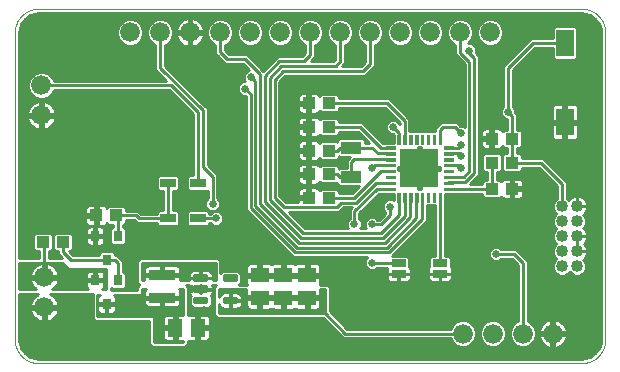
<source format=gtl>
G75*
%MOIN*%
%OFA0B0*%
%FSLAX25Y25*%
%IPPOS*%
%LPD*%
%AMOC8*
5,1,8,0,0,1.08239X$1,22.5*
%
%ADD10C,0.00000*%
%ADD11R,0.04331X0.03937*%
%ADD12C,0.00266*%
%ADD13R,0.12598X0.12598*%
%ADD14R,0.07087X0.03937*%
%ADD15R,0.05000X0.02500*%
%ADD16R,0.05906X0.09055*%
%ADD17C,0.04000*%
%ADD18C,0.06600*%
%ADD19C,0.01250*%
%ADD20R,0.09055X0.03346*%
%ADD21R,0.05906X0.05118*%
%ADD22R,0.05315X0.03150*%
%ADD23R,0.03100X0.03500*%
%ADD24R,0.05118X0.05906*%
%ADD25C,0.01000*%
%ADD26C,0.02578*%
D10*
X0024138Y0017248D02*
X0205240Y0017248D01*
X0205430Y0017250D01*
X0205620Y0017257D01*
X0205810Y0017269D01*
X0206000Y0017285D01*
X0206189Y0017305D01*
X0206378Y0017331D01*
X0206566Y0017360D01*
X0206753Y0017395D01*
X0206939Y0017434D01*
X0207124Y0017477D01*
X0207309Y0017525D01*
X0207492Y0017577D01*
X0207673Y0017633D01*
X0207853Y0017694D01*
X0208032Y0017760D01*
X0208209Y0017829D01*
X0208385Y0017903D01*
X0208558Y0017981D01*
X0208730Y0018064D01*
X0208899Y0018150D01*
X0209067Y0018240D01*
X0209232Y0018335D01*
X0209395Y0018433D01*
X0209555Y0018536D01*
X0209713Y0018642D01*
X0209868Y0018752D01*
X0210021Y0018865D01*
X0210171Y0018983D01*
X0210317Y0019104D01*
X0210461Y0019228D01*
X0210602Y0019356D01*
X0210740Y0019487D01*
X0210875Y0019622D01*
X0211006Y0019760D01*
X0211134Y0019901D01*
X0211258Y0020045D01*
X0211379Y0020191D01*
X0211497Y0020341D01*
X0211610Y0020494D01*
X0211720Y0020649D01*
X0211826Y0020807D01*
X0211929Y0020967D01*
X0212027Y0021130D01*
X0212122Y0021295D01*
X0212212Y0021463D01*
X0212298Y0021632D01*
X0212381Y0021804D01*
X0212459Y0021977D01*
X0212533Y0022153D01*
X0212602Y0022330D01*
X0212668Y0022509D01*
X0212729Y0022689D01*
X0212785Y0022870D01*
X0212837Y0023053D01*
X0212885Y0023238D01*
X0212928Y0023423D01*
X0212967Y0023609D01*
X0213002Y0023796D01*
X0213031Y0023984D01*
X0213057Y0024173D01*
X0213077Y0024362D01*
X0213093Y0024552D01*
X0213105Y0024742D01*
X0213112Y0024932D01*
X0213114Y0025122D01*
X0213114Y0127484D01*
X0213112Y0127674D01*
X0213105Y0127864D01*
X0213093Y0128054D01*
X0213077Y0128244D01*
X0213057Y0128433D01*
X0213031Y0128622D01*
X0213002Y0128810D01*
X0212967Y0128997D01*
X0212928Y0129183D01*
X0212885Y0129368D01*
X0212837Y0129553D01*
X0212785Y0129736D01*
X0212729Y0129917D01*
X0212668Y0130097D01*
X0212602Y0130276D01*
X0212533Y0130453D01*
X0212459Y0130629D01*
X0212381Y0130802D01*
X0212298Y0130974D01*
X0212212Y0131143D01*
X0212122Y0131311D01*
X0212027Y0131476D01*
X0211929Y0131639D01*
X0211826Y0131799D01*
X0211720Y0131957D01*
X0211610Y0132112D01*
X0211497Y0132265D01*
X0211379Y0132415D01*
X0211258Y0132561D01*
X0211134Y0132705D01*
X0211006Y0132846D01*
X0210875Y0132984D01*
X0210740Y0133119D01*
X0210602Y0133250D01*
X0210461Y0133378D01*
X0210317Y0133502D01*
X0210171Y0133623D01*
X0210021Y0133741D01*
X0209868Y0133854D01*
X0209713Y0133964D01*
X0209555Y0134070D01*
X0209395Y0134173D01*
X0209232Y0134271D01*
X0209067Y0134366D01*
X0208899Y0134456D01*
X0208730Y0134542D01*
X0208558Y0134625D01*
X0208385Y0134703D01*
X0208209Y0134777D01*
X0208032Y0134846D01*
X0207853Y0134912D01*
X0207673Y0134973D01*
X0207492Y0135029D01*
X0207309Y0135081D01*
X0207124Y0135129D01*
X0206939Y0135172D01*
X0206753Y0135211D01*
X0206566Y0135246D01*
X0206378Y0135275D01*
X0206189Y0135301D01*
X0206000Y0135321D01*
X0205810Y0135337D01*
X0205620Y0135349D01*
X0205430Y0135356D01*
X0205240Y0135358D01*
X0024138Y0135358D01*
X0023948Y0135356D01*
X0023758Y0135349D01*
X0023568Y0135337D01*
X0023378Y0135321D01*
X0023189Y0135301D01*
X0023000Y0135275D01*
X0022812Y0135246D01*
X0022625Y0135211D01*
X0022439Y0135172D01*
X0022254Y0135129D01*
X0022069Y0135081D01*
X0021886Y0135029D01*
X0021705Y0134973D01*
X0021525Y0134912D01*
X0021346Y0134846D01*
X0021169Y0134777D01*
X0020993Y0134703D01*
X0020820Y0134625D01*
X0020648Y0134542D01*
X0020479Y0134456D01*
X0020311Y0134366D01*
X0020146Y0134271D01*
X0019983Y0134173D01*
X0019823Y0134070D01*
X0019665Y0133964D01*
X0019510Y0133854D01*
X0019357Y0133741D01*
X0019207Y0133623D01*
X0019061Y0133502D01*
X0018917Y0133378D01*
X0018776Y0133250D01*
X0018638Y0133119D01*
X0018503Y0132984D01*
X0018372Y0132846D01*
X0018244Y0132705D01*
X0018120Y0132561D01*
X0017999Y0132415D01*
X0017881Y0132265D01*
X0017768Y0132112D01*
X0017658Y0131957D01*
X0017552Y0131799D01*
X0017449Y0131639D01*
X0017351Y0131476D01*
X0017256Y0131311D01*
X0017166Y0131143D01*
X0017080Y0130974D01*
X0016997Y0130802D01*
X0016919Y0130629D01*
X0016845Y0130453D01*
X0016776Y0130276D01*
X0016710Y0130097D01*
X0016649Y0129917D01*
X0016593Y0129736D01*
X0016541Y0129553D01*
X0016493Y0129368D01*
X0016450Y0129183D01*
X0016411Y0128997D01*
X0016376Y0128810D01*
X0016347Y0128622D01*
X0016321Y0128433D01*
X0016301Y0128244D01*
X0016285Y0128054D01*
X0016273Y0127864D01*
X0016266Y0127674D01*
X0016264Y0127484D01*
X0016264Y0025122D01*
X0016266Y0024932D01*
X0016273Y0024742D01*
X0016285Y0024552D01*
X0016301Y0024362D01*
X0016321Y0024173D01*
X0016347Y0023984D01*
X0016376Y0023796D01*
X0016411Y0023609D01*
X0016450Y0023423D01*
X0016493Y0023238D01*
X0016541Y0023053D01*
X0016593Y0022870D01*
X0016649Y0022689D01*
X0016710Y0022509D01*
X0016776Y0022330D01*
X0016845Y0022153D01*
X0016919Y0021977D01*
X0016997Y0021804D01*
X0017080Y0021632D01*
X0017166Y0021463D01*
X0017256Y0021295D01*
X0017351Y0021130D01*
X0017449Y0020967D01*
X0017552Y0020807D01*
X0017658Y0020649D01*
X0017768Y0020494D01*
X0017881Y0020341D01*
X0017999Y0020191D01*
X0018120Y0020045D01*
X0018244Y0019901D01*
X0018372Y0019760D01*
X0018503Y0019622D01*
X0018638Y0019487D01*
X0018776Y0019356D01*
X0018917Y0019228D01*
X0019061Y0019104D01*
X0019207Y0018983D01*
X0019357Y0018865D01*
X0019510Y0018752D01*
X0019665Y0018642D01*
X0019823Y0018536D01*
X0019983Y0018433D01*
X0020146Y0018335D01*
X0020311Y0018240D01*
X0020479Y0018150D01*
X0020648Y0018064D01*
X0020820Y0017981D01*
X0020993Y0017903D01*
X0021169Y0017829D01*
X0021346Y0017760D01*
X0021525Y0017694D01*
X0021705Y0017633D01*
X0021886Y0017577D01*
X0022069Y0017525D01*
X0022254Y0017477D01*
X0022439Y0017434D01*
X0022625Y0017395D01*
X0022812Y0017360D01*
X0023000Y0017331D01*
X0023189Y0017305D01*
X0023378Y0017285D01*
X0023568Y0017269D01*
X0023758Y0017257D01*
X0023948Y0017250D01*
X0024138Y0017248D01*
D11*
X0025713Y0057602D03*
X0032406Y0057602D03*
X0043429Y0066461D03*
X0050122Y0066461D03*
X0114295Y0072366D03*
X0120988Y0072366D03*
X0120988Y0080240D03*
X0114295Y0080240D03*
X0114295Y0088114D03*
X0120988Y0088114D03*
X0120988Y0095988D03*
X0114295Y0095988D03*
X0114295Y0103862D03*
X0120988Y0103862D03*
X0175319Y0092051D03*
X0182012Y0092051D03*
X0182051Y0084059D03*
X0175358Y0084059D03*
X0175319Y0075319D03*
X0182012Y0075319D03*
D12*
X0162213Y0074921D02*
X0159291Y0074921D01*
X0159291Y0075717D01*
X0162213Y0075717D01*
X0162213Y0074921D01*
X0162213Y0075174D02*
X0159291Y0075174D01*
X0159291Y0075427D02*
X0162213Y0075427D01*
X0162213Y0075680D02*
X0159291Y0075680D01*
X0159291Y0076889D02*
X0162213Y0076889D01*
X0159291Y0076889D02*
X0159291Y0077685D01*
X0162213Y0077685D01*
X0162213Y0076889D01*
X0162213Y0077142D02*
X0159291Y0077142D01*
X0159291Y0077395D02*
X0162213Y0077395D01*
X0162213Y0077648D02*
X0159291Y0077648D01*
X0159291Y0078858D02*
X0162213Y0078858D01*
X0159291Y0078858D02*
X0159291Y0079654D01*
X0162213Y0079654D01*
X0162213Y0078858D01*
X0162213Y0079111D02*
X0159291Y0079111D01*
X0159291Y0079364D02*
X0162213Y0079364D01*
X0162213Y0079617D02*
X0159291Y0079617D01*
X0159291Y0080826D02*
X0162213Y0080826D01*
X0159291Y0080826D02*
X0159291Y0081622D01*
X0162213Y0081622D01*
X0162213Y0080826D01*
X0162213Y0081079D02*
X0159291Y0081079D01*
X0159291Y0081332D02*
X0162213Y0081332D01*
X0162213Y0081585D02*
X0159291Y0081585D01*
X0159291Y0082795D02*
X0162213Y0082795D01*
X0159291Y0082795D02*
X0159291Y0083591D01*
X0162213Y0083591D01*
X0162213Y0082795D01*
X0162213Y0083048D02*
X0159291Y0083048D01*
X0159291Y0083301D02*
X0162213Y0083301D01*
X0162213Y0083554D02*
X0159291Y0083554D01*
X0159291Y0084763D02*
X0162213Y0084763D01*
X0159291Y0084763D02*
X0159291Y0085559D01*
X0162213Y0085559D01*
X0162213Y0084763D01*
X0162213Y0085016D02*
X0159291Y0085016D01*
X0159291Y0085269D02*
X0162213Y0085269D01*
X0162213Y0085522D02*
X0159291Y0085522D01*
X0159291Y0086732D02*
X0162213Y0086732D01*
X0159291Y0086732D02*
X0159291Y0087528D01*
X0162213Y0087528D01*
X0162213Y0086732D01*
X0162213Y0086985D02*
X0159291Y0086985D01*
X0159291Y0087238D02*
X0162213Y0087238D01*
X0162213Y0087491D02*
X0159291Y0087491D01*
X0159291Y0088700D02*
X0162213Y0088700D01*
X0159291Y0088700D02*
X0159291Y0089496D01*
X0162213Y0089496D01*
X0162213Y0088700D01*
X0162213Y0088953D02*
X0159291Y0088953D01*
X0159291Y0089206D02*
X0162213Y0089206D01*
X0162213Y0089459D02*
X0159291Y0089459D01*
X0158394Y0090393D02*
X0157598Y0090393D01*
X0157598Y0093315D01*
X0158394Y0093315D01*
X0158394Y0090393D01*
X0158394Y0090646D02*
X0157598Y0090646D01*
X0157598Y0090899D02*
X0158394Y0090899D01*
X0158394Y0091152D02*
X0157598Y0091152D01*
X0157598Y0091405D02*
X0158394Y0091405D01*
X0158394Y0091658D02*
X0157598Y0091658D01*
X0157598Y0091911D02*
X0158394Y0091911D01*
X0158394Y0092164D02*
X0157598Y0092164D01*
X0157598Y0092417D02*
X0158394Y0092417D01*
X0158394Y0092670D02*
X0157598Y0092670D01*
X0157598Y0092923D02*
X0158394Y0092923D01*
X0158394Y0093176D02*
X0157598Y0093176D01*
X0156426Y0090393D02*
X0155630Y0090393D01*
X0155630Y0093315D01*
X0156426Y0093315D01*
X0156426Y0090393D01*
X0156426Y0090646D02*
X0155630Y0090646D01*
X0155630Y0090899D02*
X0156426Y0090899D01*
X0156426Y0091152D02*
X0155630Y0091152D01*
X0155630Y0091405D02*
X0156426Y0091405D01*
X0156426Y0091658D02*
X0155630Y0091658D01*
X0155630Y0091911D02*
X0156426Y0091911D01*
X0156426Y0092164D02*
X0155630Y0092164D01*
X0155630Y0092417D02*
X0156426Y0092417D01*
X0156426Y0092670D02*
X0155630Y0092670D01*
X0155630Y0092923D02*
X0156426Y0092923D01*
X0156426Y0093176D02*
X0155630Y0093176D01*
X0154457Y0090393D02*
X0153661Y0090393D01*
X0153661Y0093315D01*
X0154457Y0093315D01*
X0154457Y0090393D01*
X0154457Y0090646D02*
X0153661Y0090646D01*
X0153661Y0090899D02*
X0154457Y0090899D01*
X0154457Y0091152D02*
X0153661Y0091152D01*
X0153661Y0091405D02*
X0154457Y0091405D01*
X0154457Y0091658D02*
X0153661Y0091658D01*
X0153661Y0091911D02*
X0154457Y0091911D01*
X0154457Y0092164D02*
X0153661Y0092164D01*
X0153661Y0092417D02*
X0154457Y0092417D01*
X0154457Y0092670D02*
X0153661Y0092670D01*
X0153661Y0092923D02*
X0154457Y0092923D01*
X0154457Y0093176D02*
X0153661Y0093176D01*
X0152489Y0090393D02*
X0151693Y0090393D01*
X0151693Y0093315D01*
X0152489Y0093315D01*
X0152489Y0090393D01*
X0152489Y0090646D02*
X0151693Y0090646D01*
X0151693Y0090899D02*
X0152489Y0090899D01*
X0152489Y0091152D02*
X0151693Y0091152D01*
X0151693Y0091405D02*
X0152489Y0091405D01*
X0152489Y0091658D02*
X0151693Y0091658D01*
X0151693Y0091911D02*
X0152489Y0091911D01*
X0152489Y0092164D02*
X0151693Y0092164D01*
X0151693Y0092417D02*
X0152489Y0092417D01*
X0152489Y0092670D02*
X0151693Y0092670D01*
X0151693Y0092923D02*
X0152489Y0092923D01*
X0152489Y0093176D02*
X0151693Y0093176D01*
X0150520Y0090393D02*
X0149724Y0090393D01*
X0149724Y0093315D01*
X0150520Y0093315D01*
X0150520Y0090393D01*
X0150520Y0090646D02*
X0149724Y0090646D01*
X0149724Y0090899D02*
X0150520Y0090899D01*
X0150520Y0091152D02*
X0149724Y0091152D01*
X0149724Y0091405D02*
X0150520Y0091405D01*
X0150520Y0091658D02*
X0149724Y0091658D01*
X0149724Y0091911D02*
X0150520Y0091911D01*
X0150520Y0092164D02*
X0149724Y0092164D01*
X0149724Y0092417D02*
X0150520Y0092417D01*
X0150520Y0092670D02*
X0149724Y0092670D01*
X0149724Y0092923D02*
X0150520Y0092923D01*
X0150520Y0093176D02*
X0149724Y0093176D01*
X0148552Y0090393D02*
X0147756Y0090393D01*
X0147756Y0093315D01*
X0148552Y0093315D01*
X0148552Y0090393D01*
X0148552Y0090646D02*
X0147756Y0090646D01*
X0147756Y0090899D02*
X0148552Y0090899D01*
X0148552Y0091152D02*
X0147756Y0091152D01*
X0147756Y0091405D02*
X0148552Y0091405D01*
X0148552Y0091658D02*
X0147756Y0091658D01*
X0147756Y0091911D02*
X0148552Y0091911D01*
X0148552Y0092164D02*
X0147756Y0092164D01*
X0147756Y0092417D02*
X0148552Y0092417D01*
X0148552Y0092670D02*
X0147756Y0092670D01*
X0147756Y0092923D02*
X0148552Y0092923D01*
X0148552Y0093176D02*
X0147756Y0093176D01*
X0146583Y0090393D02*
X0145787Y0090393D01*
X0145787Y0093315D01*
X0146583Y0093315D01*
X0146583Y0090393D01*
X0146583Y0090646D02*
X0145787Y0090646D01*
X0145787Y0090899D02*
X0146583Y0090899D01*
X0146583Y0091152D02*
X0145787Y0091152D01*
X0145787Y0091405D02*
X0146583Y0091405D01*
X0146583Y0091658D02*
X0145787Y0091658D01*
X0145787Y0091911D02*
X0146583Y0091911D01*
X0146583Y0092164D02*
X0145787Y0092164D01*
X0145787Y0092417D02*
X0146583Y0092417D01*
X0146583Y0092670D02*
X0145787Y0092670D01*
X0145787Y0092923D02*
X0146583Y0092923D01*
X0146583Y0093176D02*
X0145787Y0093176D01*
X0144615Y0090393D02*
X0143819Y0090393D01*
X0143819Y0093315D01*
X0144615Y0093315D01*
X0144615Y0090393D01*
X0144615Y0090646D02*
X0143819Y0090646D01*
X0143819Y0090899D02*
X0144615Y0090899D01*
X0144615Y0091152D02*
X0143819Y0091152D01*
X0143819Y0091405D02*
X0144615Y0091405D01*
X0144615Y0091658D02*
X0143819Y0091658D01*
X0143819Y0091911D02*
X0144615Y0091911D01*
X0144615Y0092164D02*
X0143819Y0092164D01*
X0143819Y0092417D02*
X0144615Y0092417D01*
X0144615Y0092670D02*
X0143819Y0092670D01*
X0143819Y0092923D02*
X0144615Y0092923D01*
X0144615Y0093176D02*
X0143819Y0093176D01*
X0142922Y0088700D02*
X0140000Y0088700D01*
X0140000Y0089496D01*
X0142922Y0089496D01*
X0142922Y0088700D01*
X0142922Y0088953D02*
X0140000Y0088953D01*
X0140000Y0089206D02*
X0142922Y0089206D01*
X0142922Y0089459D02*
X0140000Y0089459D01*
X0140000Y0086732D02*
X0142922Y0086732D01*
X0140000Y0086732D02*
X0140000Y0087528D01*
X0142922Y0087528D01*
X0142922Y0086732D01*
X0142922Y0086985D02*
X0140000Y0086985D01*
X0140000Y0087238D02*
X0142922Y0087238D01*
X0142922Y0087491D02*
X0140000Y0087491D01*
X0140000Y0084763D02*
X0142922Y0084763D01*
X0140000Y0084763D02*
X0140000Y0085559D01*
X0142922Y0085559D01*
X0142922Y0084763D01*
X0142922Y0085016D02*
X0140000Y0085016D01*
X0140000Y0085269D02*
X0142922Y0085269D01*
X0142922Y0085522D02*
X0140000Y0085522D01*
X0140000Y0082795D02*
X0142922Y0082795D01*
X0140000Y0082795D02*
X0140000Y0083591D01*
X0142922Y0083591D01*
X0142922Y0082795D01*
X0142922Y0083048D02*
X0140000Y0083048D01*
X0140000Y0083301D02*
X0142922Y0083301D01*
X0142922Y0083554D02*
X0140000Y0083554D01*
X0140000Y0080826D02*
X0142922Y0080826D01*
X0140000Y0080826D02*
X0140000Y0081622D01*
X0142922Y0081622D01*
X0142922Y0080826D01*
X0142922Y0081079D02*
X0140000Y0081079D01*
X0140000Y0081332D02*
X0142922Y0081332D01*
X0142922Y0081585D02*
X0140000Y0081585D01*
X0140000Y0078858D02*
X0142922Y0078858D01*
X0140000Y0078858D02*
X0140000Y0079654D01*
X0142922Y0079654D01*
X0142922Y0078858D01*
X0142922Y0079111D02*
X0140000Y0079111D01*
X0140000Y0079364D02*
X0142922Y0079364D01*
X0142922Y0079617D02*
X0140000Y0079617D01*
X0140000Y0076889D02*
X0142922Y0076889D01*
X0140000Y0076889D02*
X0140000Y0077685D01*
X0142922Y0077685D01*
X0142922Y0076889D01*
X0142922Y0077142D02*
X0140000Y0077142D01*
X0140000Y0077395D02*
X0142922Y0077395D01*
X0142922Y0077648D02*
X0140000Y0077648D01*
X0140000Y0074921D02*
X0142922Y0074921D01*
X0140000Y0074921D02*
X0140000Y0075717D01*
X0142922Y0075717D01*
X0142922Y0074921D01*
X0142922Y0075174D02*
X0140000Y0075174D01*
X0140000Y0075427D02*
X0142922Y0075427D01*
X0142922Y0075680D02*
X0140000Y0075680D01*
X0143819Y0071102D02*
X0144615Y0071102D01*
X0143819Y0071102D02*
X0143819Y0074024D01*
X0144615Y0074024D01*
X0144615Y0071102D01*
X0144615Y0071355D02*
X0143819Y0071355D01*
X0143819Y0071608D02*
X0144615Y0071608D01*
X0144615Y0071861D02*
X0143819Y0071861D01*
X0143819Y0072114D02*
X0144615Y0072114D01*
X0144615Y0072367D02*
X0143819Y0072367D01*
X0143819Y0072620D02*
X0144615Y0072620D01*
X0144615Y0072873D02*
X0143819Y0072873D01*
X0143819Y0073126D02*
X0144615Y0073126D01*
X0144615Y0073379D02*
X0143819Y0073379D01*
X0143819Y0073632D02*
X0144615Y0073632D01*
X0144615Y0073885D02*
X0143819Y0073885D01*
X0145787Y0071102D02*
X0146583Y0071102D01*
X0145787Y0071102D02*
X0145787Y0074024D01*
X0146583Y0074024D01*
X0146583Y0071102D01*
X0146583Y0071355D02*
X0145787Y0071355D01*
X0145787Y0071608D02*
X0146583Y0071608D01*
X0146583Y0071861D02*
X0145787Y0071861D01*
X0145787Y0072114D02*
X0146583Y0072114D01*
X0146583Y0072367D02*
X0145787Y0072367D01*
X0145787Y0072620D02*
X0146583Y0072620D01*
X0146583Y0072873D02*
X0145787Y0072873D01*
X0145787Y0073126D02*
X0146583Y0073126D01*
X0146583Y0073379D02*
X0145787Y0073379D01*
X0145787Y0073632D02*
X0146583Y0073632D01*
X0146583Y0073885D02*
X0145787Y0073885D01*
X0147756Y0071102D02*
X0148552Y0071102D01*
X0147756Y0071102D02*
X0147756Y0074024D01*
X0148552Y0074024D01*
X0148552Y0071102D01*
X0148552Y0071355D02*
X0147756Y0071355D01*
X0147756Y0071608D02*
X0148552Y0071608D01*
X0148552Y0071861D02*
X0147756Y0071861D01*
X0147756Y0072114D02*
X0148552Y0072114D01*
X0148552Y0072367D02*
X0147756Y0072367D01*
X0147756Y0072620D02*
X0148552Y0072620D01*
X0148552Y0072873D02*
X0147756Y0072873D01*
X0147756Y0073126D02*
X0148552Y0073126D01*
X0148552Y0073379D02*
X0147756Y0073379D01*
X0147756Y0073632D02*
X0148552Y0073632D01*
X0148552Y0073885D02*
X0147756Y0073885D01*
X0149724Y0071102D02*
X0150520Y0071102D01*
X0149724Y0071102D02*
X0149724Y0074024D01*
X0150520Y0074024D01*
X0150520Y0071102D01*
X0150520Y0071355D02*
X0149724Y0071355D01*
X0149724Y0071608D02*
X0150520Y0071608D01*
X0150520Y0071861D02*
X0149724Y0071861D01*
X0149724Y0072114D02*
X0150520Y0072114D01*
X0150520Y0072367D02*
X0149724Y0072367D01*
X0149724Y0072620D02*
X0150520Y0072620D01*
X0150520Y0072873D02*
X0149724Y0072873D01*
X0149724Y0073126D02*
X0150520Y0073126D01*
X0150520Y0073379D02*
X0149724Y0073379D01*
X0149724Y0073632D02*
X0150520Y0073632D01*
X0150520Y0073885D02*
X0149724Y0073885D01*
X0151693Y0071102D02*
X0152489Y0071102D01*
X0151693Y0071102D02*
X0151693Y0074024D01*
X0152489Y0074024D01*
X0152489Y0071102D01*
X0152489Y0071355D02*
X0151693Y0071355D01*
X0151693Y0071608D02*
X0152489Y0071608D01*
X0152489Y0071861D02*
X0151693Y0071861D01*
X0151693Y0072114D02*
X0152489Y0072114D01*
X0152489Y0072367D02*
X0151693Y0072367D01*
X0151693Y0072620D02*
X0152489Y0072620D01*
X0152489Y0072873D02*
X0151693Y0072873D01*
X0151693Y0073126D02*
X0152489Y0073126D01*
X0152489Y0073379D02*
X0151693Y0073379D01*
X0151693Y0073632D02*
X0152489Y0073632D01*
X0152489Y0073885D02*
X0151693Y0073885D01*
X0153661Y0071102D02*
X0154457Y0071102D01*
X0153661Y0071102D02*
X0153661Y0074024D01*
X0154457Y0074024D01*
X0154457Y0071102D01*
X0154457Y0071355D02*
X0153661Y0071355D01*
X0153661Y0071608D02*
X0154457Y0071608D01*
X0154457Y0071861D02*
X0153661Y0071861D01*
X0153661Y0072114D02*
X0154457Y0072114D01*
X0154457Y0072367D02*
X0153661Y0072367D01*
X0153661Y0072620D02*
X0154457Y0072620D01*
X0154457Y0072873D02*
X0153661Y0072873D01*
X0153661Y0073126D02*
X0154457Y0073126D01*
X0154457Y0073379D02*
X0153661Y0073379D01*
X0153661Y0073632D02*
X0154457Y0073632D01*
X0154457Y0073885D02*
X0153661Y0073885D01*
X0155630Y0071102D02*
X0156426Y0071102D01*
X0155630Y0071102D02*
X0155630Y0074024D01*
X0156426Y0074024D01*
X0156426Y0071102D01*
X0156426Y0071355D02*
X0155630Y0071355D01*
X0155630Y0071608D02*
X0156426Y0071608D01*
X0156426Y0071861D02*
X0155630Y0071861D01*
X0155630Y0072114D02*
X0156426Y0072114D01*
X0156426Y0072367D02*
X0155630Y0072367D01*
X0155630Y0072620D02*
X0156426Y0072620D01*
X0156426Y0072873D02*
X0155630Y0072873D01*
X0155630Y0073126D02*
X0156426Y0073126D01*
X0156426Y0073379D02*
X0155630Y0073379D01*
X0155630Y0073632D02*
X0156426Y0073632D01*
X0156426Y0073885D02*
X0155630Y0073885D01*
X0157598Y0071102D02*
X0158394Y0071102D01*
X0157598Y0071102D02*
X0157598Y0074024D01*
X0158394Y0074024D01*
X0158394Y0071102D01*
X0158394Y0071355D02*
X0157598Y0071355D01*
X0157598Y0071608D02*
X0158394Y0071608D01*
X0158394Y0071861D02*
X0157598Y0071861D01*
X0157598Y0072114D02*
X0158394Y0072114D01*
X0158394Y0072367D02*
X0157598Y0072367D01*
X0157598Y0072620D02*
X0158394Y0072620D01*
X0158394Y0072873D02*
X0157598Y0072873D01*
X0157598Y0073126D02*
X0158394Y0073126D01*
X0158394Y0073379D02*
X0157598Y0073379D01*
X0157598Y0073632D02*
X0158394Y0073632D01*
X0158394Y0073885D02*
X0157598Y0073885D01*
D13*
X0151106Y0082209D03*
D14*
X0128469Y0079256D03*
X0128469Y0089098D03*
D15*
X0144217Y0050516D03*
X0144217Y0046972D03*
X0157996Y0046972D03*
X0157996Y0050516D03*
D16*
X0199650Y0097563D03*
X0199650Y0123941D03*
D17*
X0198685Y0069492D03*
X0203685Y0069492D03*
X0203685Y0064492D03*
X0198685Y0064492D03*
X0198685Y0059492D03*
X0203685Y0059492D03*
X0203685Y0054492D03*
X0198685Y0054492D03*
X0198685Y0049492D03*
X0203685Y0049492D03*
D18*
X0195634Y0027091D03*
X0185634Y0027091D03*
X0175634Y0027091D03*
X0165634Y0027091D03*
X0026106Y0035870D03*
X0026106Y0045870D03*
X0025122Y0099846D03*
X0025122Y0109846D03*
X0054689Y0127484D03*
X0064689Y0127484D03*
X0074689Y0127484D03*
X0084689Y0127484D03*
X0094689Y0127484D03*
X0104689Y0127484D03*
X0114689Y0127484D03*
X0124689Y0127484D03*
X0134689Y0127484D03*
X0144689Y0127484D03*
X0154689Y0127484D03*
X0164689Y0127484D03*
X0174689Y0127484D03*
D19*
X0090009Y0046219D02*
X0086259Y0046219D01*
X0090009Y0046219D02*
X0090009Y0044969D01*
X0086259Y0044969D01*
X0086259Y0046219D01*
X0086259Y0046156D02*
X0090009Y0046156D01*
X0090009Y0038739D02*
X0086259Y0038739D01*
X0090009Y0038739D02*
X0090009Y0037489D01*
X0086259Y0037489D01*
X0086259Y0038739D01*
X0086259Y0038676D02*
X0090009Y0038676D01*
X0080127Y0037489D02*
X0076377Y0037489D01*
X0076377Y0038739D01*
X0080127Y0038739D01*
X0080127Y0037489D01*
X0080127Y0038676D02*
X0076377Y0038676D01*
X0076377Y0041229D02*
X0080127Y0041229D01*
X0076377Y0041229D02*
X0076377Y0042479D01*
X0080127Y0042479D01*
X0080127Y0041229D01*
X0080127Y0042416D02*
X0076377Y0042416D01*
X0076377Y0044969D02*
X0080127Y0044969D01*
X0076377Y0044969D02*
X0076377Y0046219D01*
X0080127Y0046219D01*
X0080127Y0044969D01*
X0080127Y0046156D02*
X0076377Y0046156D01*
D20*
X0065476Y0046717D03*
X0065476Y0039039D03*
D21*
X0097957Y0039098D03*
X0105831Y0039098D03*
X0113705Y0039098D03*
X0113705Y0046579D03*
X0105831Y0046579D03*
X0097957Y0046579D03*
D22*
X0077366Y0065476D03*
X0067366Y0065476D03*
X0067366Y0077287D03*
X0077366Y0077287D03*
D23*
X0050676Y0059634D03*
X0043076Y0059634D03*
X0046876Y0051634D03*
X0050676Y0044870D03*
X0043076Y0044870D03*
X0046876Y0036870D03*
D24*
X0069728Y0028980D03*
X0077209Y0028980D03*
D25*
X0077709Y0029230D02*
X0122098Y0029230D01*
X0123096Y0028232D02*
X0081268Y0028232D01*
X0081268Y0028480D02*
X0077709Y0028480D01*
X0077709Y0029480D01*
X0081268Y0029480D01*
X0081268Y0032131D01*
X0081165Y0032512D01*
X0080968Y0032854D01*
X0080689Y0033133D01*
X0080347Y0033331D01*
X0079965Y0033433D01*
X0077709Y0033433D01*
X0077709Y0029480D01*
X0076709Y0029480D01*
X0076709Y0033433D01*
X0074452Y0033433D01*
X0074071Y0033331D01*
X0073966Y0033270D01*
X0073966Y0042517D01*
X0073276Y0043207D01*
X0074372Y0043207D01*
X0074252Y0042759D01*
X0074252Y0041979D01*
X0078127Y0041979D01*
X0078127Y0041729D01*
X0078127Y0040464D01*
X0078377Y0040464D01*
X0078377Y0041729D01*
X0078127Y0041729D01*
X0074252Y0041729D01*
X0074252Y0040950D01*
X0074397Y0040409D01*
X0074677Y0039925D01*
X0074900Y0039701D01*
X0074652Y0039454D01*
X0074652Y0036775D01*
X0075662Y0035764D01*
X0080841Y0035764D01*
X0081852Y0036775D01*
X0081852Y0039454D01*
X0081604Y0039701D01*
X0081827Y0039925D01*
X0082107Y0040409D01*
X0082252Y0040950D01*
X0082252Y0041729D01*
X0078377Y0041729D01*
X0078377Y0041979D01*
X0082252Y0041979D01*
X0082252Y0042759D01*
X0082132Y0043207D01*
X0083267Y0043207D01*
X0082577Y0042517D01*
X0082577Y0033318D01*
X0083514Y0032380D01*
X0118947Y0032380D01*
X0125837Y0025491D01*
X0161534Y0025491D01*
X0161904Y0024598D01*
X0163141Y0023360D01*
X0164759Y0022691D01*
X0166509Y0022691D01*
X0168126Y0023360D01*
X0169364Y0024598D01*
X0170034Y0026215D01*
X0170034Y0027966D01*
X0169364Y0029583D01*
X0168126Y0030821D01*
X0166509Y0031491D01*
X0164759Y0031491D01*
X0163141Y0030821D01*
X0161904Y0029583D01*
X0161534Y0028691D01*
X0127163Y0028691D01*
X0121210Y0034643D01*
X0121210Y0042517D01*
X0120273Y0043454D01*
X0118059Y0043454D01*
X0118157Y0043822D01*
X0118157Y0046079D01*
X0114205Y0046079D01*
X0114205Y0047079D01*
X0113205Y0047079D01*
X0113205Y0050638D01*
X0110554Y0050638D01*
X0110173Y0050536D01*
X0109831Y0050338D01*
X0109768Y0050275D01*
X0109704Y0050338D01*
X0109362Y0050536D01*
X0108981Y0050638D01*
X0106331Y0050638D01*
X0106331Y0047079D01*
X0113205Y0047079D01*
X0113205Y0046079D01*
X0109252Y0046079D01*
X0106331Y0046079D01*
X0106331Y0047079D01*
X0105331Y0047079D01*
X0105331Y0050638D01*
X0102680Y0050638D01*
X0102299Y0050536D01*
X0101957Y0050338D01*
X0101894Y0050275D01*
X0101830Y0050338D01*
X0101488Y0050536D01*
X0101107Y0050638D01*
X0098457Y0050638D01*
X0098457Y0047079D01*
X0105331Y0047079D01*
X0105331Y0046079D01*
X0101378Y0046079D01*
X0098457Y0046079D01*
X0098457Y0047079D01*
X0097457Y0047079D01*
X0097457Y0050638D01*
X0094806Y0050638D01*
X0094425Y0050536D01*
X0094083Y0050338D01*
X0093804Y0050059D01*
X0093606Y0049717D01*
X0093504Y0049335D01*
X0093504Y0047079D01*
X0097457Y0047079D01*
X0097457Y0046079D01*
X0093504Y0046079D01*
X0093504Y0043822D01*
X0093603Y0043454D01*
X0090933Y0043454D01*
X0091734Y0044255D01*
X0091734Y0046934D01*
X0090723Y0047944D01*
X0085544Y0047944D01*
X0084793Y0047193D01*
X0084793Y0051375D01*
X0083856Y0052313D01*
X0057924Y0052313D01*
X0056987Y0051375D01*
X0056987Y0044144D01*
X0057800Y0043331D01*
X0056987Y0042517D01*
X0056987Y0041486D01*
X0048376Y0041486D01*
X0048376Y0042314D01*
X0048670Y0042020D01*
X0052681Y0042020D01*
X0053326Y0042664D01*
X0053326Y0047076D01*
X0052681Y0047720D01*
X0052276Y0047720D01*
X0052276Y0051412D01*
X0051338Y0052350D01*
X0050391Y0053297D01*
X0049526Y0053297D01*
X0049526Y0053839D01*
X0048881Y0054484D01*
X0044870Y0054484D01*
X0044226Y0053839D01*
X0044226Y0053234D01*
X0035690Y0053234D01*
X0034390Y0054534D01*
X0035027Y0054534D01*
X0035671Y0055178D01*
X0035671Y0060027D01*
X0035027Y0060671D01*
X0029785Y0060671D01*
X0029140Y0060027D01*
X0029140Y0055178D01*
X0029785Y0054534D01*
X0030806Y0054534D01*
X0030806Y0053593D01*
X0032086Y0052313D01*
X0027706Y0052313D01*
X0027706Y0054534D01*
X0028334Y0054534D01*
X0028978Y0055178D01*
X0028978Y0060027D01*
X0028334Y0060671D01*
X0023092Y0060671D01*
X0022447Y0060027D01*
X0022447Y0055178D01*
X0023092Y0054534D01*
X0024506Y0054534D01*
X0024506Y0052313D01*
X0017764Y0052313D01*
X0017764Y0127484D01*
X0017842Y0128481D01*
X0018458Y0130378D01*
X0019631Y0131991D01*
X0021244Y0133164D01*
X0023141Y0133780D01*
X0024138Y0133858D01*
X0205240Y0133858D01*
X0206237Y0133780D01*
X0208134Y0133164D01*
X0209747Y0131991D01*
X0210919Y0130378D01*
X0211536Y0128481D01*
X0211614Y0127484D01*
X0211614Y0025122D01*
X0211536Y0024125D01*
X0210919Y0022228D01*
X0209747Y0020615D01*
X0208134Y0019443D01*
X0206237Y0018826D01*
X0205240Y0018748D01*
X0024138Y0018748D01*
X0023141Y0018826D01*
X0021244Y0019443D01*
X0019631Y0020615D01*
X0018458Y0022228D01*
X0017842Y0024125D01*
X0017764Y0025122D01*
X0017764Y0040254D01*
X0024138Y0040254D01*
X0023591Y0039975D01*
X0022979Y0039531D01*
X0022445Y0038997D01*
X0022001Y0038386D01*
X0021658Y0037713D01*
X0021424Y0036994D01*
X0021323Y0036354D01*
X0025622Y0036354D01*
X0025622Y0035386D01*
X0021323Y0035386D01*
X0021424Y0034746D01*
X0021658Y0034028D01*
X0022001Y0033354D01*
X0022445Y0032743D01*
X0022979Y0032209D01*
X0023591Y0031765D01*
X0024264Y0031422D01*
X0024982Y0031188D01*
X0025622Y0031087D01*
X0025622Y0035386D01*
X0026591Y0035386D01*
X0026591Y0036354D01*
X0030889Y0036354D01*
X0030788Y0036994D01*
X0030555Y0037713D01*
X0030212Y0038386D01*
X0029768Y0038997D01*
X0029233Y0039531D01*
X0028622Y0039975D01*
X0028075Y0040254D01*
X0042223Y0040254D01*
X0042223Y0039223D01*
X0042223Y0032333D01*
X0043160Y0031396D01*
X0060924Y0031396D01*
X0060924Y0023475D01*
X0061861Y0022538D01*
X0073029Y0022538D01*
X0073966Y0023475D01*
X0073966Y0024690D01*
X0074071Y0024630D01*
X0074452Y0024528D01*
X0076709Y0024528D01*
X0076709Y0028480D01*
X0077709Y0028480D01*
X0077709Y0024528D01*
X0079965Y0024528D01*
X0080347Y0024630D01*
X0080689Y0024827D01*
X0080968Y0025107D01*
X0081165Y0025449D01*
X0081268Y0025830D01*
X0081268Y0028480D01*
X0081268Y0027233D02*
X0124095Y0027233D01*
X0125093Y0026235D02*
X0081268Y0026235D01*
X0081043Y0025236D02*
X0161639Y0025236D01*
X0162264Y0024238D02*
X0073966Y0024238D01*
X0073730Y0023239D02*
X0163434Y0023239D01*
X0167833Y0023239D02*
X0173434Y0023239D01*
X0173141Y0023360D02*
X0174759Y0022691D01*
X0176509Y0022691D01*
X0178126Y0023360D01*
X0179364Y0024598D01*
X0180034Y0026215D01*
X0180034Y0027966D01*
X0179364Y0029583D01*
X0178126Y0030821D01*
X0176509Y0031491D01*
X0174759Y0031491D01*
X0173141Y0030821D01*
X0171904Y0029583D01*
X0171234Y0027966D01*
X0171234Y0026215D01*
X0171904Y0024598D01*
X0173141Y0023360D01*
X0172264Y0024238D02*
X0169003Y0024238D01*
X0169628Y0025236D02*
X0171639Y0025236D01*
X0171234Y0026235D02*
X0170034Y0026235D01*
X0170034Y0027233D02*
X0171234Y0027233D01*
X0171344Y0028232D02*
X0169924Y0028232D01*
X0169510Y0029230D02*
X0171758Y0029230D01*
X0172549Y0030229D02*
X0168718Y0030229D01*
X0167145Y0031227D02*
X0174123Y0031227D01*
X0177145Y0031227D02*
X0184034Y0031227D01*
X0184034Y0031190D02*
X0183141Y0030821D01*
X0181904Y0029583D01*
X0181234Y0027966D01*
X0181234Y0026215D01*
X0181904Y0024598D01*
X0183141Y0023360D01*
X0184759Y0022691D01*
X0186509Y0022691D01*
X0188126Y0023360D01*
X0189364Y0024598D01*
X0190034Y0026215D01*
X0190034Y0027966D01*
X0189364Y0029583D01*
X0188126Y0030821D01*
X0187234Y0031190D01*
X0187234Y0051297D01*
X0186297Y0052234D01*
X0183265Y0055265D01*
X0180312Y0055265D01*
X0180297Y0055281D01*
X0178475Y0055281D01*
X0177686Y0056070D01*
X0175707Y0056070D01*
X0174308Y0054671D01*
X0174308Y0052692D01*
X0175707Y0051292D01*
X0177686Y0051292D01*
X0178475Y0052081D01*
X0178971Y0052081D01*
X0178987Y0052065D01*
X0181940Y0052065D01*
X0184034Y0049971D01*
X0184034Y0031190D01*
X0184034Y0032226D02*
X0123628Y0032226D01*
X0124626Y0031227D02*
X0164123Y0031227D01*
X0162549Y0030229D02*
X0125625Y0030229D01*
X0126623Y0029230D02*
X0161758Y0029230D01*
X0165634Y0027091D02*
X0126500Y0027091D01*
X0119610Y0033980D01*
X0084177Y0033980D01*
X0084177Y0037048D01*
X0084279Y0036669D01*
X0084558Y0036184D01*
X0084954Y0035789D01*
X0085439Y0035509D01*
X0085979Y0035364D01*
X0088009Y0035364D01*
X0088009Y0037989D01*
X0088259Y0037989D01*
X0088259Y0038239D01*
X0092134Y0038239D01*
X0092134Y0039019D01*
X0091989Y0039559D01*
X0091709Y0040044D01*
X0091314Y0040440D01*
X0090829Y0040719D01*
X0090289Y0040864D01*
X0088259Y0040864D01*
X0088259Y0038239D01*
X0088009Y0038239D01*
X0088009Y0040864D01*
X0085979Y0040864D01*
X0085439Y0040719D01*
X0084954Y0040440D01*
X0084558Y0040044D01*
X0084279Y0039559D01*
X0084177Y0039180D01*
X0084177Y0041854D01*
X0093504Y0041854D01*
X0093504Y0039598D01*
X0097457Y0039598D01*
X0097457Y0038598D01*
X0098457Y0038598D01*
X0098457Y0035039D01*
X0101107Y0035039D01*
X0101488Y0035142D01*
X0101830Y0035339D01*
X0101894Y0035402D01*
X0101957Y0035339D01*
X0102299Y0035142D01*
X0102680Y0035039D01*
X0105331Y0035039D01*
X0105331Y0038598D01*
X0106331Y0038598D01*
X0106331Y0035039D01*
X0108981Y0035039D01*
X0109362Y0035142D01*
X0109704Y0035339D01*
X0109768Y0035402D01*
X0109831Y0035339D01*
X0110173Y0035142D01*
X0110554Y0035039D01*
X0113205Y0035039D01*
X0113205Y0038598D01*
X0114205Y0038598D01*
X0114205Y0035039D01*
X0116855Y0035039D01*
X0117236Y0035142D01*
X0117578Y0035339D01*
X0117858Y0035618D01*
X0118055Y0035960D01*
X0118157Y0036342D01*
X0118157Y0038598D01*
X0114205Y0038598D01*
X0114205Y0039598D01*
X0118157Y0039598D01*
X0118157Y0041854D01*
X0119610Y0041854D01*
X0119610Y0033980D01*
X0119610Y0034223D02*
X0084177Y0034223D01*
X0084177Y0035221D02*
X0094287Y0035221D01*
X0094425Y0035142D02*
X0094806Y0035039D01*
X0097457Y0035039D01*
X0097457Y0038598D01*
X0093504Y0038598D01*
X0093504Y0036342D01*
X0093606Y0035960D01*
X0093804Y0035618D01*
X0094083Y0035339D01*
X0094425Y0035142D01*
X0093537Y0036220D02*
X0091730Y0036220D01*
X0091709Y0036184D02*
X0091989Y0036669D01*
X0092134Y0037209D01*
X0092134Y0037989D01*
X0088259Y0037989D01*
X0088259Y0035364D01*
X0090289Y0035364D01*
X0090829Y0035509D01*
X0091314Y0035789D01*
X0091709Y0036184D01*
X0092134Y0037218D02*
X0093504Y0037218D01*
X0093504Y0038217D02*
X0088259Y0038217D01*
X0088259Y0039215D02*
X0088009Y0039215D01*
X0088009Y0040214D02*
X0088259Y0040214D01*
X0091539Y0040214D02*
X0093504Y0040214D01*
X0093504Y0041212D02*
X0084177Y0041212D01*
X0084177Y0040214D02*
X0084728Y0040214D01*
X0084186Y0039215D02*
X0084177Y0039215D01*
X0082577Y0039215D02*
X0081852Y0039215D01*
X0081852Y0038217D02*
X0082577Y0038217D01*
X0082577Y0037218D02*
X0081852Y0037218D01*
X0081297Y0036220D02*
X0082577Y0036220D01*
X0082577Y0035221D02*
X0073966Y0035221D01*
X0073966Y0034223D02*
X0082577Y0034223D01*
X0082671Y0033224D02*
X0080531Y0033224D01*
X0081242Y0032226D02*
X0119102Y0032226D01*
X0120101Y0031227D02*
X0081268Y0031227D01*
X0081268Y0030229D02*
X0121099Y0030229D01*
X0122629Y0033224D02*
X0184034Y0033224D01*
X0184034Y0034223D02*
X0121631Y0034223D01*
X0121210Y0035221D02*
X0184034Y0035221D01*
X0184034Y0036220D02*
X0121210Y0036220D01*
X0121210Y0037218D02*
X0184034Y0037218D01*
X0184034Y0038217D02*
X0121210Y0038217D01*
X0121210Y0039215D02*
X0184034Y0039215D01*
X0184034Y0040214D02*
X0121210Y0040214D01*
X0121210Y0041212D02*
X0184034Y0041212D01*
X0184034Y0042211D02*
X0121210Y0042211D01*
X0120518Y0043209D02*
X0184034Y0043209D01*
X0184034Y0044208D02*
X0118157Y0044208D01*
X0118157Y0045206D02*
X0140302Y0045206D01*
X0140319Y0045143D02*
X0140516Y0044801D01*
X0140796Y0044522D01*
X0141138Y0044325D01*
X0141519Y0044222D01*
X0144092Y0044222D01*
X0144092Y0046847D01*
X0144342Y0046847D01*
X0144342Y0047097D01*
X0148217Y0047097D01*
X0148217Y0048420D01*
X0148114Y0048801D01*
X0147917Y0049143D01*
X0147817Y0049244D01*
X0147817Y0052221D01*
X0147172Y0052866D01*
X0142037Y0052866D01*
X0142664Y0053492D01*
X0152753Y0063582D01*
X0152753Y0063582D01*
X0153691Y0064519D01*
X0153691Y0069869D01*
X0154968Y0069869D01*
X0155043Y0069943D01*
X0155118Y0069869D01*
X0156396Y0069869D01*
X0156396Y0052866D01*
X0155040Y0052866D01*
X0154396Y0052221D01*
X0154396Y0049244D01*
X0154296Y0049143D01*
X0154098Y0048801D01*
X0153996Y0048420D01*
X0153996Y0047097D01*
X0157871Y0047097D01*
X0157871Y0046847D01*
X0158121Y0046847D01*
X0158121Y0044222D01*
X0160694Y0044222D01*
X0161075Y0044325D01*
X0161417Y0044522D01*
X0161696Y0044801D01*
X0161894Y0045143D01*
X0161996Y0045525D01*
X0161996Y0046847D01*
X0158121Y0046847D01*
X0158121Y0047097D01*
X0161996Y0047097D01*
X0161996Y0048420D01*
X0161894Y0048801D01*
X0161696Y0049143D01*
X0161596Y0049244D01*
X0161596Y0052221D01*
X0160952Y0052866D01*
X0159596Y0052866D01*
X0159596Y0070559D01*
X0159628Y0070591D01*
X0159628Y0073687D01*
X0162724Y0073687D01*
X0162756Y0073719D01*
X0172054Y0073719D01*
X0172054Y0072895D01*
X0172698Y0072250D01*
X0177940Y0072250D01*
X0178453Y0072764D01*
X0178646Y0072429D01*
X0178925Y0072150D01*
X0179267Y0071953D01*
X0179649Y0071850D01*
X0181528Y0071850D01*
X0181528Y0074835D01*
X0182496Y0074835D01*
X0182496Y0075803D01*
X0185677Y0075803D01*
X0185677Y0077485D01*
X0185575Y0077866D01*
X0185377Y0078208D01*
X0185098Y0078488D01*
X0184756Y0078685D01*
X0184375Y0078787D01*
X0182496Y0078787D01*
X0182496Y0075803D01*
X0181528Y0075803D01*
X0181528Y0078787D01*
X0179649Y0078787D01*
X0179267Y0078685D01*
X0178925Y0078488D01*
X0178646Y0078208D01*
X0178453Y0077874D01*
X0177940Y0078387D01*
X0176958Y0078387D01*
X0176958Y0080991D01*
X0177979Y0080991D01*
X0178624Y0081635D01*
X0178624Y0086483D01*
X0177979Y0087128D01*
X0172737Y0087128D01*
X0172093Y0086483D01*
X0172093Y0081635D01*
X0172737Y0080991D01*
X0173758Y0080991D01*
X0173758Y0078387D01*
X0172698Y0078387D01*
X0172054Y0077743D01*
X0172054Y0076919D01*
X0168059Y0076919D01*
X0171039Y0079899D01*
X0171039Y0119657D01*
X0170090Y0120606D01*
X0170090Y0122430D01*
X0168690Y0123830D01*
X0167257Y0123830D01*
X0168419Y0124992D01*
X0169089Y0126609D01*
X0169089Y0128359D01*
X0168419Y0129977D01*
X0167181Y0131214D01*
X0165564Y0131884D01*
X0163814Y0131884D01*
X0162197Y0131214D01*
X0160959Y0129977D01*
X0160289Y0128359D01*
X0160289Y0126609D01*
X0160959Y0124992D01*
X0162197Y0123754D01*
X0163089Y0123384D01*
X0163089Y0120129D01*
X0166239Y0116979D01*
X0166239Y0096045D01*
X0165875Y0096409D01*
X0164760Y0096409D01*
X0163580Y0097588D01*
X0158318Y0097588D01*
X0157380Y0096651D01*
X0156396Y0095667D01*
X0156396Y0094549D01*
X0155118Y0094549D01*
X0155043Y0094474D01*
X0154968Y0094549D01*
X0153150Y0094549D01*
X0153075Y0094474D01*
X0153000Y0094549D01*
X0151181Y0094549D01*
X0151106Y0094474D01*
X0151031Y0094549D01*
X0149213Y0094549D01*
X0149138Y0094474D01*
X0149063Y0094549D01*
X0147785Y0094549D01*
X0147785Y0098619D01*
X0141880Y0104525D01*
X0140942Y0105462D01*
X0124254Y0105462D01*
X0124254Y0106286D01*
X0123609Y0106931D01*
X0118367Y0106931D01*
X0117854Y0106417D01*
X0117661Y0106752D01*
X0117382Y0107031D01*
X0117040Y0107228D01*
X0116658Y0107331D01*
X0114780Y0107331D01*
X0114780Y0104347D01*
X0113811Y0104347D01*
X0113811Y0107331D01*
X0111932Y0107331D01*
X0111551Y0107228D01*
X0111209Y0107031D01*
X0110930Y0106752D01*
X0110732Y0106410D01*
X0110630Y0106028D01*
X0110630Y0104346D01*
X0113811Y0104346D01*
X0113811Y0103378D01*
X0110630Y0103378D01*
X0110630Y0101696D01*
X0110732Y0101315D01*
X0110930Y0100973D01*
X0111209Y0100693D01*
X0111551Y0100496D01*
X0111932Y0100394D01*
X0113811Y0100394D01*
X0113811Y0103378D01*
X0114780Y0103378D01*
X0114780Y0100394D01*
X0116658Y0100394D01*
X0117040Y0100496D01*
X0117382Y0100693D01*
X0117661Y0100973D01*
X0117854Y0101307D01*
X0118367Y0100794D01*
X0123609Y0100794D01*
X0124254Y0101438D01*
X0124254Y0102262D01*
X0139617Y0102262D01*
X0144585Y0097294D01*
X0144585Y0097030D01*
X0143238Y0098377D01*
X0141258Y0098377D01*
X0139859Y0096978D01*
X0139859Y0094999D01*
X0141258Y0093599D01*
X0142374Y0093599D01*
X0142585Y0093388D01*
X0142585Y0090730D01*
X0139488Y0090730D01*
X0139457Y0090698D01*
X0138974Y0090698D01*
X0133021Y0096651D01*
X0132084Y0097588D01*
X0124254Y0097588D01*
X0124254Y0098412D01*
X0123609Y0099057D01*
X0118367Y0099057D01*
X0117854Y0098543D01*
X0117661Y0098878D01*
X0117382Y0099157D01*
X0117040Y0099354D01*
X0116658Y0099457D01*
X0114780Y0099457D01*
X0114780Y0096473D01*
X0113811Y0096473D01*
X0113811Y0099457D01*
X0111932Y0099457D01*
X0111551Y0099354D01*
X0111209Y0099157D01*
X0110930Y0098878D01*
X0110732Y0098536D01*
X0110630Y0098154D01*
X0110630Y0096472D01*
X0113811Y0096472D01*
X0113811Y0095504D01*
X0110630Y0095504D01*
X0110630Y0093822D01*
X0110732Y0093441D01*
X0110930Y0093099D01*
X0111209Y0092819D01*
X0111551Y0092622D01*
X0111932Y0092520D01*
X0113811Y0092520D01*
X0113811Y0095504D01*
X0114780Y0095504D01*
X0114780Y0092520D01*
X0116658Y0092520D01*
X0117040Y0092622D01*
X0117382Y0092819D01*
X0117661Y0093099D01*
X0117854Y0093433D01*
X0118367Y0092920D01*
X0123609Y0092920D01*
X0124254Y0093564D01*
X0124254Y0094388D01*
X0130759Y0094388D01*
X0134448Y0090698D01*
X0133112Y0090698D01*
X0133112Y0091523D01*
X0132467Y0092167D01*
X0124470Y0092167D01*
X0123825Y0091523D01*
X0123825Y0090967D01*
X0123609Y0091183D01*
X0118367Y0091183D01*
X0117854Y0090669D01*
X0117661Y0091004D01*
X0117382Y0091283D01*
X0117040Y0091480D01*
X0116658Y0091583D01*
X0114780Y0091583D01*
X0114780Y0088598D01*
X0113811Y0088598D01*
X0113811Y0087630D01*
X0110630Y0087630D01*
X0110630Y0085948D01*
X0110732Y0085567D01*
X0110930Y0085225D01*
X0111209Y0084945D01*
X0111551Y0084748D01*
X0111932Y0084646D01*
X0113811Y0084646D01*
X0113811Y0087630D01*
X0114780Y0087630D01*
X0114780Y0084646D01*
X0116658Y0084646D01*
X0117040Y0084748D01*
X0117382Y0084945D01*
X0117661Y0085225D01*
X0117854Y0085559D01*
X0118367Y0085046D01*
X0123609Y0085046D01*
X0124254Y0085690D01*
X0124254Y0086246D01*
X0124470Y0086030D01*
X0128059Y0086030D01*
X0127853Y0085824D01*
X0127806Y0085777D01*
X0126869Y0084840D01*
X0126869Y0082324D01*
X0124470Y0082324D01*
X0124254Y0082108D01*
X0124254Y0082664D01*
X0123609Y0083309D01*
X0118367Y0083309D01*
X0117854Y0082795D01*
X0117661Y0083130D01*
X0117382Y0083409D01*
X0117040Y0083606D01*
X0116658Y0083709D01*
X0114780Y0083709D01*
X0114780Y0080724D01*
X0113811Y0080724D01*
X0113811Y0079756D01*
X0110630Y0079756D01*
X0110630Y0078074D01*
X0110732Y0077693D01*
X0110930Y0077351D01*
X0111209Y0077071D01*
X0111551Y0076874D01*
X0111932Y0076772D01*
X0113811Y0076772D01*
X0113811Y0079756D01*
X0114780Y0079756D01*
X0114780Y0076772D01*
X0116658Y0076772D01*
X0117040Y0076874D01*
X0117382Y0077071D01*
X0117661Y0077351D01*
X0117854Y0077685D01*
X0118367Y0077172D01*
X0123609Y0077172D01*
X0123825Y0077388D01*
X0123825Y0076832D01*
X0124470Y0076187D01*
X0131011Y0076187D01*
X0128790Y0073966D01*
X0124254Y0073966D01*
X0124254Y0074790D01*
X0123609Y0075435D01*
X0118367Y0075435D01*
X0117854Y0074921D01*
X0117661Y0075256D01*
X0117382Y0075535D01*
X0117040Y0075732D01*
X0116658Y0075835D01*
X0114780Y0075835D01*
X0114780Y0072850D01*
X0113811Y0072850D01*
X0113811Y0071882D01*
X0110630Y0071882D01*
X0110630Y0070898D01*
X0106609Y0070898D01*
X0104478Y0073029D01*
X0104478Y0111073D01*
X0106493Y0113089D01*
X0133068Y0113089D01*
X0136289Y0116310D01*
X0136289Y0123384D01*
X0137181Y0123754D01*
X0138419Y0124992D01*
X0139089Y0126609D01*
X0139089Y0128359D01*
X0138419Y0129977D01*
X0137181Y0131214D01*
X0135564Y0131884D01*
X0133814Y0131884D01*
X0132197Y0131214D01*
X0130959Y0129977D01*
X0130289Y0128359D01*
X0130289Y0126609D01*
X0130959Y0124992D01*
X0132197Y0123754D01*
X0133089Y0123384D01*
X0133089Y0117635D01*
X0131743Y0116289D01*
X0125441Y0116289D01*
X0126289Y0117136D01*
X0126289Y0123384D01*
X0127181Y0123754D01*
X0128419Y0124992D01*
X0129089Y0126609D01*
X0129089Y0128359D01*
X0128419Y0129977D01*
X0127181Y0131214D01*
X0125564Y0131884D01*
X0123814Y0131884D01*
X0122197Y0131214D01*
X0120959Y0129977D01*
X0120289Y0128359D01*
X0120289Y0126609D01*
X0120959Y0124992D01*
X0122197Y0123754D01*
X0123089Y0123384D01*
X0123089Y0118462D01*
X0122516Y0117889D01*
X0114983Y0117889D01*
X0115352Y0118257D01*
X0116289Y0119195D01*
X0116289Y0123384D01*
X0117181Y0123754D01*
X0118419Y0124992D01*
X0119089Y0126609D01*
X0119089Y0128359D01*
X0118419Y0129977D01*
X0117181Y0131214D01*
X0115564Y0131884D01*
X0113814Y0131884D01*
X0112197Y0131214D01*
X0110959Y0129977D01*
X0110289Y0128359D01*
X0110289Y0126609D01*
X0110959Y0124992D01*
X0112197Y0123754D01*
X0113089Y0123384D01*
X0113089Y0120520D01*
X0112058Y0119489D01*
X0103842Y0119489D01*
X0102905Y0118552D01*
X0099139Y0114785D01*
X0093698Y0120226D01*
X0087793Y0120226D01*
X0086289Y0121730D01*
X0086289Y0123384D01*
X0087181Y0123754D01*
X0088419Y0124992D01*
X0089089Y0126609D01*
X0089089Y0128359D01*
X0088419Y0129977D01*
X0087181Y0131214D01*
X0085564Y0131884D01*
X0083814Y0131884D01*
X0082197Y0131214D01*
X0080959Y0129977D01*
X0080289Y0128359D01*
X0080289Y0126609D01*
X0080959Y0124992D01*
X0082197Y0123754D01*
X0083089Y0123384D01*
X0083089Y0120404D01*
X0084026Y0119467D01*
X0086467Y0117026D01*
X0092373Y0117026D01*
X0094289Y0115109D01*
X0094014Y0115109D01*
X0092615Y0113710D01*
X0092615Y0111731D01*
X0093173Y0111172D01*
X0092046Y0111172D01*
X0090646Y0109773D01*
X0090646Y0107794D01*
X0092046Y0106394D01*
X0093162Y0106394D01*
X0093278Y0106278D01*
X0093278Y0068390D01*
X0094215Y0067452D01*
X0109112Y0052555D01*
X0133822Y0052555D01*
X0132969Y0051702D01*
X0132969Y0049723D01*
X0134369Y0048324D01*
X0136348Y0048324D01*
X0136940Y0048916D01*
X0140385Y0048916D01*
X0140319Y0048801D01*
X0140217Y0048420D01*
X0140217Y0047097D01*
X0144091Y0047097D01*
X0144091Y0046847D01*
X0140217Y0046847D01*
X0140217Y0045525D01*
X0140319Y0045143D01*
X0140217Y0046205D02*
X0114205Y0046205D01*
X0114205Y0047079D02*
X0118157Y0047079D01*
X0118157Y0049335D01*
X0118055Y0049717D01*
X0117858Y0050059D01*
X0117578Y0050338D01*
X0117236Y0050536D01*
X0116855Y0050638D01*
X0114205Y0050638D01*
X0114205Y0047079D01*
X0114205Y0047203D02*
X0113205Y0047203D01*
X0113205Y0046205D02*
X0106331Y0046205D01*
X0106331Y0047203D02*
X0105331Y0047203D01*
X0105331Y0046205D02*
X0098457Y0046205D01*
X0098457Y0047203D02*
X0097457Y0047203D01*
X0097457Y0046205D02*
X0091734Y0046205D01*
X0091734Y0045206D02*
X0093504Y0045206D01*
X0093504Y0044208D02*
X0091687Y0044208D01*
X0091464Y0047203D02*
X0093504Y0047203D01*
X0093504Y0048202D02*
X0084793Y0048202D01*
X0084793Y0049200D02*
X0093504Y0049200D01*
X0093944Y0050199D02*
X0084793Y0050199D01*
X0084793Y0051197D02*
X0132969Y0051197D01*
X0132969Y0050199D02*
X0117718Y0050199D01*
X0118157Y0049200D02*
X0133492Y0049200D01*
X0135358Y0050713D02*
X0135555Y0050516D01*
X0144217Y0050516D01*
X0142366Y0053194D02*
X0156396Y0053194D01*
X0156396Y0054193D02*
X0143364Y0054193D01*
X0142664Y0053492D02*
X0142664Y0053492D01*
X0141064Y0054155D02*
X0109775Y0054155D01*
X0094878Y0069052D01*
X0094878Y0106941D01*
X0093035Y0108783D01*
X0091326Y0107114D02*
X0075608Y0107114D01*
X0074610Y0108113D02*
X0090646Y0108113D01*
X0090646Y0109111D02*
X0073611Y0109111D01*
X0072613Y0110110D02*
X0090983Y0110110D01*
X0091982Y0111108D02*
X0071614Y0111108D01*
X0070616Y0112107D02*
X0092615Y0112107D01*
X0092615Y0113105D02*
X0069617Y0113105D01*
X0068619Y0114104D02*
X0093009Y0114104D01*
X0094007Y0115102D02*
X0067620Y0115102D01*
X0066622Y0116101D02*
X0093298Y0116101D01*
X0095826Y0118098D02*
X0102451Y0118098D01*
X0102905Y0118552D02*
X0102905Y0118552D01*
X0103450Y0119096D02*
X0094828Y0119096D01*
X0093829Y0120095D02*
X0112663Y0120095D01*
X0113089Y0121093D02*
X0086925Y0121093D01*
X0086289Y0122092D02*
X0113089Y0122092D01*
X0113089Y0123090D02*
X0105579Y0123090D01*
X0105564Y0123084D02*
X0107181Y0123754D01*
X0108419Y0124992D01*
X0109089Y0126609D01*
X0109089Y0128359D01*
X0108419Y0129977D01*
X0107181Y0131214D01*
X0105564Y0131884D01*
X0103814Y0131884D01*
X0102197Y0131214D01*
X0100959Y0129977D01*
X0100289Y0128359D01*
X0100289Y0126609D01*
X0100959Y0124992D01*
X0102197Y0123754D01*
X0103814Y0123084D01*
X0105564Y0123084D01*
X0103799Y0123090D02*
X0095579Y0123090D01*
X0095564Y0123084D02*
X0097181Y0123754D01*
X0098419Y0124992D01*
X0099089Y0126609D01*
X0099089Y0128359D01*
X0098419Y0129977D01*
X0097181Y0131214D01*
X0095564Y0131884D01*
X0093814Y0131884D01*
X0092197Y0131214D01*
X0090959Y0129977D01*
X0090289Y0128359D01*
X0090289Y0126609D01*
X0090959Y0124992D01*
X0092197Y0123754D01*
X0093814Y0123084D01*
X0095564Y0123084D01*
X0093799Y0123090D02*
X0086289Y0123090D01*
X0087516Y0124089D02*
X0091862Y0124089D01*
X0090919Y0125087D02*
X0088459Y0125087D01*
X0088872Y0126086D02*
X0090506Y0126086D01*
X0090289Y0127084D02*
X0089089Y0127084D01*
X0089089Y0128083D02*
X0090289Y0128083D01*
X0090588Y0129081D02*
X0088790Y0129081D01*
X0088316Y0130080D02*
X0091062Y0130080D01*
X0092061Y0131078D02*
X0087317Y0131078D01*
X0084689Y0127484D02*
X0084689Y0121067D01*
X0087130Y0118626D01*
X0093035Y0118626D01*
X0098078Y0113583D01*
X0098078Y0070378D01*
X0111101Y0057355D01*
X0139637Y0057355D01*
X0148154Y0065872D01*
X0148154Y0072563D01*
X0150122Y0072563D02*
X0150122Y0065476D01*
X0140401Y0055755D01*
X0110438Y0055755D01*
X0096478Y0069715D01*
X0096478Y0111246D01*
X0095004Y0112720D01*
X0098822Y0115102D02*
X0099456Y0115102D01*
X0100454Y0116101D02*
X0097823Y0116101D01*
X0096825Y0117099D02*
X0101453Y0117099D01*
X0104505Y0117889D02*
X0112720Y0117889D01*
X0114689Y0119857D01*
X0114689Y0127484D01*
X0110588Y0129081D02*
X0108790Y0129081D01*
X0109089Y0128083D02*
X0110289Y0128083D01*
X0110289Y0127084D02*
X0109089Y0127084D01*
X0108872Y0126086D02*
X0110506Y0126086D01*
X0110919Y0125087D02*
X0108459Y0125087D01*
X0107516Y0124089D02*
X0111862Y0124089D01*
X0116289Y0123090D02*
X0123089Y0123090D01*
X0123089Y0122092D02*
X0116289Y0122092D01*
X0116289Y0121093D02*
X0123089Y0121093D01*
X0123089Y0120095D02*
X0116289Y0120095D01*
X0116190Y0119096D02*
X0123089Y0119096D01*
X0122725Y0118098D02*
X0115192Y0118098D01*
X0123179Y0116289D02*
X0124689Y0117799D01*
X0124689Y0127484D01*
X0128790Y0129081D02*
X0130588Y0129081D01*
X0130289Y0128083D02*
X0129089Y0128083D01*
X0129089Y0127084D02*
X0130289Y0127084D01*
X0130506Y0126086D02*
X0128872Y0126086D01*
X0128459Y0125087D02*
X0130919Y0125087D01*
X0131862Y0124089D02*
X0127516Y0124089D01*
X0126289Y0123090D02*
X0133089Y0123090D01*
X0133089Y0122092D02*
X0126289Y0122092D01*
X0126289Y0121093D02*
X0133089Y0121093D01*
X0133089Y0120095D02*
X0126289Y0120095D01*
X0126289Y0119096D02*
X0133089Y0119096D01*
X0133089Y0118098D02*
X0126289Y0118098D01*
X0126252Y0117099D02*
X0132553Y0117099D01*
X0134689Y0116972D02*
X0132406Y0114689D01*
X0105831Y0114689D01*
X0102878Y0111736D01*
X0102878Y0072366D01*
X0105946Y0069298D01*
X0123609Y0069298D01*
X0125078Y0070766D01*
X0130116Y0070766D01*
X0136637Y0077287D01*
X0141461Y0077287D01*
X0141461Y0075319D02*
X0136931Y0075319D01*
X0129453Y0067841D01*
X0129453Y0063508D01*
X0131163Y0065177D02*
X0133648Y0065177D01*
X0132969Y0064497D02*
X0134369Y0065897D01*
X0136348Y0065897D01*
X0137137Y0065108D01*
X0137648Y0065108D01*
X0139664Y0067123D01*
X0139664Y0067635D01*
X0138875Y0068424D01*
X0138875Y0070403D01*
X0140274Y0071802D01*
X0142253Y0071802D01*
X0142585Y0071471D01*
X0142585Y0073687D01*
X0139488Y0073687D01*
X0139457Y0073719D01*
X0137594Y0073719D01*
X0131053Y0067178D01*
X0131053Y0065286D01*
X0131842Y0064497D01*
X0131842Y0062518D01*
X0131478Y0062155D01*
X0133333Y0062155D01*
X0132969Y0062518D01*
X0132969Y0064497D01*
X0132969Y0064178D02*
X0131842Y0064178D01*
X0131842Y0063180D02*
X0132969Y0063180D01*
X0133307Y0062181D02*
X0131504Y0062181D01*
X0135358Y0063508D02*
X0138311Y0063508D01*
X0141264Y0066461D01*
X0141264Y0069413D01*
X0139640Y0071168D02*
X0135042Y0071168D01*
X0134044Y0070169D02*
X0138875Y0070169D01*
X0138875Y0069171D02*
X0133045Y0069171D01*
X0132047Y0068172D02*
X0139127Y0068172D01*
X0139664Y0067174D02*
X0131053Y0067174D01*
X0131053Y0066175D02*
X0138716Y0066175D01*
X0137717Y0065177D02*
X0137068Y0065177D01*
X0138311Y0060555D02*
X0112426Y0060555D01*
X0101278Y0071703D01*
X0101278Y0112399D01*
X0105168Y0116289D01*
X0123179Y0116289D01*
X0133084Y0113105D02*
X0166239Y0113105D01*
X0166239Y0112107D02*
X0105511Y0112107D01*
X0104513Y0111108D02*
X0166239Y0111108D01*
X0166239Y0110110D02*
X0104478Y0110110D01*
X0104478Y0109111D02*
X0166239Y0109111D01*
X0166239Y0108113D02*
X0104478Y0108113D01*
X0104478Y0107114D02*
X0111353Y0107114D01*
X0110653Y0106116D02*
X0104478Y0106116D01*
X0104478Y0105117D02*
X0110630Y0105117D01*
X0110630Y0103120D02*
X0104478Y0103120D01*
X0104478Y0104119D02*
X0113811Y0104119D01*
X0113811Y0105117D02*
X0114780Y0105117D01*
X0114780Y0106116D02*
X0113811Y0106116D01*
X0113811Y0107114D02*
X0114780Y0107114D01*
X0117238Y0107114D02*
X0166239Y0107114D01*
X0166239Y0106116D02*
X0124254Y0106116D01*
X0120988Y0103862D02*
X0140280Y0103862D01*
X0146185Y0097957D01*
X0146185Y0091854D01*
X0144217Y0091854D02*
X0144217Y0094020D01*
X0142248Y0095988D01*
X0139859Y0096130D02*
X0133542Y0096130D01*
X0133021Y0096651D02*
X0133021Y0096651D01*
X0132543Y0097129D02*
X0140010Y0097129D01*
X0141009Y0098127D02*
X0124254Y0098127D01*
X0121579Y0095988D02*
X0120988Y0095988D01*
X0121579Y0095988D02*
X0131421Y0095988D01*
X0138311Y0089098D01*
X0141461Y0089098D01*
X0142585Y0091138D02*
X0138534Y0091138D01*
X0137536Y0092136D02*
X0142585Y0092136D01*
X0142585Y0093135D02*
X0136537Y0093135D01*
X0135539Y0094133D02*
X0140724Y0094133D01*
X0139859Y0095132D02*
X0134540Y0095132D01*
X0132012Y0093135D02*
X0123824Y0093135D01*
X0124254Y0094133D02*
X0131013Y0094133D01*
X0132498Y0092136D02*
X0133010Y0092136D01*
X0133112Y0091138D02*
X0134009Y0091138D01*
X0135358Y0089098D02*
X0137327Y0087130D01*
X0141461Y0087130D01*
X0141461Y0085161D02*
X0129453Y0085161D01*
X0128469Y0084177D01*
X0128469Y0079256D01*
X0124531Y0079256D01*
X0123547Y0080240D01*
X0120988Y0080240D01*
X0124254Y0082151D02*
X0124296Y0082151D01*
X0123768Y0083150D02*
X0126869Y0083150D01*
X0126869Y0084148D02*
X0104478Y0084148D01*
X0104478Y0083150D02*
X0110950Y0083150D01*
X0110930Y0083130D02*
X0110732Y0082788D01*
X0110630Y0082406D01*
X0110630Y0080724D01*
X0113811Y0080724D01*
X0113811Y0083709D01*
X0111932Y0083709D01*
X0111551Y0083606D01*
X0111209Y0083409D01*
X0110930Y0083130D01*
X0110630Y0082151D02*
X0104478Y0082151D01*
X0104478Y0081153D02*
X0110630Y0081153D01*
X0110630Y0079156D02*
X0104478Y0079156D01*
X0104478Y0080154D02*
X0113811Y0080154D01*
X0113811Y0079156D02*
X0114780Y0079156D01*
X0114780Y0078157D02*
X0113811Y0078157D01*
X0113811Y0077159D02*
X0114780Y0077159D01*
X0113811Y0075835D02*
X0111932Y0075835D01*
X0111551Y0075732D01*
X0111209Y0075535D01*
X0110930Y0075256D01*
X0110732Y0074914D01*
X0110630Y0074532D01*
X0110630Y0072850D01*
X0113811Y0072850D01*
X0113811Y0075835D01*
X0113811Y0075162D02*
X0114780Y0075162D01*
X0114780Y0074163D02*
X0113811Y0074163D01*
X0113811Y0073165D02*
X0114780Y0073165D01*
X0113811Y0072166D02*
X0105341Y0072166D01*
X0104478Y0073165D02*
X0110630Y0073165D01*
X0110630Y0074163D02*
X0104478Y0074163D01*
X0104478Y0075162D02*
X0110875Y0075162D01*
X0111122Y0077159D02*
X0104478Y0077159D01*
X0104478Y0078157D02*
X0110630Y0078157D01*
X0113811Y0081153D02*
X0114780Y0081153D01*
X0114780Y0082151D02*
X0113811Y0082151D01*
X0113811Y0083150D02*
X0114780Y0083150D01*
X0114780Y0085147D02*
X0113811Y0085147D01*
X0113811Y0086145D02*
X0114780Y0086145D01*
X0114780Y0087144D02*
X0113811Y0087144D01*
X0113811Y0088142D02*
X0104478Y0088142D01*
X0104478Y0087144D02*
X0110630Y0087144D01*
X0110630Y0086145D02*
X0104478Y0086145D01*
X0104478Y0085147D02*
X0111007Y0085147D01*
X0110630Y0088598D02*
X0113811Y0088598D01*
X0113811Y0091583D01*
X0111932Y0091583D01*
X0111551Y0091480D01*
X0111209Y0091283D01*
X0110930Y0091004D01*
X0110732Y0090662D01*
X0110630Y0090280D01*
X0110630Y0088598D01*
X0110630Y0089141D02*
X0104478Y0089141D01*
X0104478Y0090139D02*
X0110630Y0090139D01*
X0111064Y0091138D02*
X0104478Y0091138D01*
X0104478Y0092136D02*
X0124439Y0092136D01*
X0123825Y0091138D02*
X0123654Y0091138D01*
X0124531Y0089098D02*
X0128469Y0089098D01*
X0135358Y0089098D01*
X0127175Y0085147D02*
X0123710Y0085147D01*
X0124254Y0086145D02*
X0124354Y0086145D01*
X0123547Y0088114D02*
X0120988Y0088114D01*
X0123547Y0088114D02*
X0124531Y0089098D01*
X0118322Y0091138D02*
X0117527Y0091138D01*
X0117682Y0093135D02*
X0118152Y0093135D01*
X0114780Y0093135D02*
X0113811Y0093135D01*
X0113811Y0094133D02*
X0114780Y0094133D01*
X0114780Y0095132D02*
X0113811Y0095132D01*
X0113811Y0096130D02*
X0104478Y0096130D01*
X0104478Y0095132D02*
X0110630Y0095132D01*
X0110630Y0094133D02*
X0104478Y0094133D01*
X0104478Y0093135D02*
X0110909Y0093135D01*
X0113811Y0091138D02*
X0114780Y0091138D01*
X0114780Y0090139D02*
X0113811Y0090139D01*
X0113811Y0089141D02*
X0114780Y0089141D01*
X0117583Y0085147D02*
X0118266Y0085147D01*
X0118208Y0083150D02*
X0117641Y0083150D01*
X0117469Y0077159D02*
X0123825Y0077159D01*
X0123882Y0075162D02*
X0129986Y0075162D01*
X0130984Y0076160D02*
X0104478Y0076160D01*
X0106339Y0071168D02*
X0110630Y0071168D01*
X0107546Y0067698D02*
X0124272Y0067698D01*
X0125209Y0068635D01*
X0125740Y0069166D01*
X0128516Y0069166D01*
X0127853Y0068503D01*
X0127853Y0065286D01*
X0127064Y0064497D01*
X0127064Y0062518D01*
X0127427Y0062155D01*
X0113089Y0062155D01*
X0107546Y0067698D01*
X0108070Y0067174D02*
X0127853Y0067174D01*
X0127853Y0068172D02*
X0124746Y0068172D01*
X0127853Y0066175D02*
X0109069Y0066175D01*
X0110067Y0065177D02*
X0127743Y0065177D01*
X0127064Y0064178D02*
X0111066Y0064178D01*
X0112065Y0063180D02*
X0127064Y0063180D01*
X0127401Y0062181D02*
X0113063Y0062181D01*
X0111763Y0058955D02*
X0099678Y0071041D01*
X0099678Y0113062D01*
X0104505Y0117889D01*
X0101862Y0124089D02*
X0097516Y0124089D01*
X0098459Y0125087D02*
X0100919Y0125087D01*
X0100506Y0126086D02*
X0098872Y0126086D01*
X0099089Y0127084D02*
X0100289Y0127084D01*
X0100289Y0128083D02*
X0099089Y0128083D01*
X0098790Y0129081D02*
X0100588Y0129081D01*
X0101062Y0130080D02*
X0098316Y0130080D01*
X0097317Y0131078D02*
X0102061Y0131078D01*
X0107317Y0131078D02*
X0112061Y0131078D01*
X0111062Y0130080D02*
X0108316Y0130080D01*
X0117317Y0131078D02*
X0122061Y0131078D01*
X0121062Y0130080D02*
X0118316Y0130080D01*
X0118790Y0129081D02*
X0120588Y0129081D01*
X0120289Y0128083D02*
X0119089Y0128083D01*
X0119089Y0127084D02*
X0120289Y0127084D01*
X0120506Y0126086D02*
X0118872Y0126086D01*
X0118459Y0125087D02*
X0120919Y0125087D01*
X0121862Y0124089D02*
X0117516Y0124089D01*
X0128316Y0130080D02*
X0131062Y0130080D01*
X0132061Y0131078D02*
X0127317Y0131078D01*
X0134689Y0127484D02*
X0134689Y0116972D01*
X0136289Y0117099D02*
X0166118Y0117099D01*
X0166239Y0116101D02*
X0136080Y0116101D01*
X0135081Y0115102D02*
X0166239Y0115102D01*
X0166239Y0114104D02*
X0134083Y0114104D01*
X0136289Y0118098D02*
X0165120Y0118098D01*
X0164121Y0119096D02*
X0136289Y0119096D01*
X0136289Y0120095D02*
X0163123Y0120095D01*
X0163089Y0121093D02*
X0136289Y0121093D01*
X0136289Y0122092D02*
X0163089Y0122092D01*
X0163089Y0123090D02*
X0155579Y0123090D01*
X0155564Y0123084D02*
X0157181Y0123754D01*
X0158419Y0124992D01*
X0159089Y0126609D01*
X0159089Y0128359D01*
X0158419Y0129977D01*
X0157181Y0131214D01*
X0155564Y0131884D01*
X0153814Y0131884D01*
X0152197Y0131214D01*
X0150959Y0129977D01*
X0150289Y0128359D01*
X0150289Y0126609D01*
X0150959Y0124992D01*
X0152197Y0123754D01*
X0153814Y0123084D01*
X0155564Y0123084D01*
X0153799Y0123090D02*
X0145579Y0123090D01*
X0145564Y0123084D02*
X0147181Y0123754D01*
X0148419Y0124992D01*
X0149089Y0126609D01*
X0149089Y0128359D01*
X0148419Y0129977D01*
X0147181Y0131214D01*
X0145564Y0131884D01*
X0143814Y0131884D01*
X0142197Y0131214D01*
X0140959Y0129977D01*
X0140289Y0128359D01*
X0140289Y0126609D01*
X0140959Y0124992D01*
X0142197Y0123754D01*
X0143814Y0123084D01*
X0145564Y0123084D01*
X0143799Y0123090D02*
X0136289Y0123090D01*
X0137516Y0124089D02*
X0141862Y0124089D01*
X0140919Y0125087D02*
X0138459Y0125087D01*
X0138872Y0126086D02*
X0140506Y0126086D01*
X0140289Y0127084D02*
X0139089Y0127084D01*
X0139089Y0128083D02*
X0140289Y0128083D01*
X0140588Y0129081D02*
X0138790Y0129081D01*
X0138316Y0130080D02*
X0141062Y0130080D01*
X0142061Y0131078D02*
X0137317Y0131078D01*
X0147317Y0131078D02*
X0152061Y0131078D01*
X0151062Y0130080D02*
X0148316Y0130080D01*
X0148790Y0129081D02*
X0150588Y0129081D01*
X0150289Y0128083D02*
X0149089Y0128083D01*
X0149089Y0127084D02*
X0150289Y0127084D01*
X0150506Y0126086D02*
X0148872Y0126086D01*
X0148459Y0125087D02*
X0150919Y0125087D01*
X0151862Y0124089D02*
X0147516Y0124089D01*
X0157516Y0124089D02*
X0161862Y0124089D01*
X0160919Y0125087D02*
X0158459Y0125087D01*
X0158872Y0126086D02*
X0160506Y0126086D01*
X0160289Y0127084D02*
X0159089Y0127084D01*
X0159089Y0128083D02*
X0160289Y0128083D01*
X0160588Y0129081D02*
X0158790Y0129081D01*
X0158316Y0130080D02*
X0161062Y0130080D01*
X0162061Y0131078D02*
X0157317Y0131078D01*
X0164689Y0127484D02*
X0164689Y0120791D01*
X0167839Y0117642D01*
X0167839Y0081224D01*
X0165870Y0079256D01*
X0160752Y0079256D01*
X0161089Y0077624D02*
X0166501Y0077624D01*
X0169439Y0080562D01*
X0169439Y0118994D01*
X0167839Y0120594D01*
X0167839Y0121303D01*
X0167701Y0121441D01*
X0169430Y0123090D02*
X0173799Y0123090D01*
X0173814Y0123084D02*
X0175564Y0123084D01*
X0177181Y0123754D01*
X0178419Y0124992D01*
X0179089Y0126609D01*
X0179089Y0128359D01*
X0178419Y0129977D01*
X0177181Y0131214D01*
X0175564Y0131884D01*
X0173814Y0131884D01*
X0172197Y0131214D01*
X0170959Y0129977D01*
X0170289Y0128359D01*
X0170289Y0126609D01*
X0170959Y0124992D01*
X0172197Y0123754D01*
X0173814Y0123084D01*
X0175579Y0123090D02*
X0185788Y0123090D01*
X0184790Y0122092D02*
X0170090Y0122092D01*
X0170090Y0121093D02*
X0183791Y0121093D01*
X0182793Y0120095D02*
X0170601Y0120095D01*
X0171039Y0119096D02*
X0181794Y0119096D01*
X0180796Y0118098D02*
X0171039Y0118098D01*
X0171039Y0117099D02*
X0179797Y0117099D01*
X0179034Y0116336D02*
X0179034Y0102688D01*
X0178245Y0101899D01*
X0178245Y0099920D01*
X0179644Y0098520D01*
X0180412Y0098520D01*
X0180412Y0095120D01*
X0179391Y0095120D01*
X0178878Y0094606D01*
X0178685Y0094941D01*
X0178405Y0095220D01*
X0178063Y0095417D01*
X0177682Y0095520D01*
X0175803Y0095520D01*
X0175803Y0092536D01*
X0174835Y0092536D01*
X0174835Y0095520D01*
X0172956Y0095520D01*
X0172575Y0095417D01*
X0172233Y0095220D01*
X0171953Y0094941D01*
X0171756Y0094599D01*
X0171654Y0094217D01*
X0171654Y0092535D01*
X0174835Y0092535D01*
X0174835Y0091567D01*
X0175803Y0091567D01*
X0175803Y0088583D01*
X0177682Y0088583D01*
X0178063Y0088685D01*
X0178405Y0088882D01*
X0178685Y0089162D01*
X0178878Y0089496D01*
X0179391Y0088983D01*
X0180412Y0088983D01*
X0180412Y0087128D01*
X0179430Y0087128D01*
X0178786Y0086483D01*
X0178786Y0081635D01*
X0179430Y0080991D01*
X0184672Y0080991D01*
X0185317Y0081635D01*
X0185317Y0082459D01*
X0190916Y0082459D01*
X0197085Y0076290D01*
X0197085Y0072185D01*
X0196929Y0072120D01*
X0196057Y0071248D01*
X0195585Y0070109D01*
X0195585Y0068875D01*
X0196057Y0067736D01*
X0196801Y0066992D01*
X0196057Y0066248D01*
X0195585Y0065109D01*
X0195585Y0063875D01*
X0196057Y0062736D01*
X0196801Y0061992D01*
X0196057Y0061248D01*
X0195585Y0060109D01*
X0195585Y0058875D01*
X0196057Y0057736D01*
X0196801Y0056992D01*
X0196057Y0056248D01*
X0195585Y0055109D01*
X0195585Y0053875D01*
X0196057Y0052736D01*
X0196801Y0051992D01*
X0196057Y0051248D01*
X0195585Y0050109D01*
X0195585Y0048875D01*
X0196057Y0047736D01*
X0196929Y0046864D01*
X0198068Y0046392D01*
X0199302Y0046392D01*
X0200441Y0046864D01*
X0201185Y0047608D01*
X0201929Y0046864D01*
X0203068Y0046392D01*
X0204302Y0046392D01*
X0205441Y0046864D01*
X0206313Y0047736D01*
X0206785Y0048875D01*
X0206785Y0050109D01*
X0206313Y0051248D01*
X0205839Y0051722D01*
X0205916Y0051773D01*
X0206404Y0052261D01*
X0206787Y0052834D01*
X0207051Y0053471D01*
X0207185Y0054147D01*
X0207185Y0054492D01*
X0203685Y0054492D01*
X0203685Y0054492D01*
X0207185Y0054492D01*
X0207185Y0054837D01*
X0207051Y0055513D01*
X0206787Y0056150D01*
X0206404Y0056723D01*
X0206135Y0056992D01*
X0206404Y0057261D01*
X0206787Y0057834D01*
X0207051Y0058471D01*
X0207185Y0059147D01*
X0207185Y0059492D01*
X0203685Y0059492D01*
X0203685Y0059492D01*
X0203685Y0057992D01*
X0203685Y0054492D01*
X0203685Y0054492D01*
X0203685Y0059492D01*
X0203685Y0059492D01*
X0207185Y0059492D01*
X0207185Y0059837D01*
X0207051Y0060513D01*
X0206787Y0061150D01*
X0206404Y0061723D01*
X0205916Y0062211D01*
X0205839Y0062262D01*
X0206313Y0062736D01*
X0206785Y0063875D01*
X0206785Y0065109D01*
X0206313Y0066248D01*
X0205839Y0066722D01*
X0205916Y0066773D01*
X0206404Y0067261D01*
X0206787Y0067834D01*
X0207051Y0068471D01*
X0207185Y0069147D01*
X0207185Y0069492D01*
X0203685Y0069492D01*
X0203685Y0069492D01*
X0207185Y0069492D01*
X0207185Y0069837D01*
X0207051Y0070513D01*
X0206787Y0071150D01*
X0206404Y0071723D01*
X0205916Y0072211D01*
X0205343Y0072594D01*
X0204706Y0072858D01*
X0204030Y0072992D01*
X0203685Y0072992D01*
X0203340Y0072992D01*
X0202664Y0072858D01*
X0202027Y0072594D01*
X0201454Y0072211D01*
X0200966Y0071723D01*
X0200915Y0071646D01*
X0200441Y0072120D01*
X0200285Y0072185D01*
X0200285Y0077615D01*
X0192241Y0085659D01*
X0185317Y0085659D01*
X0185317Y0086483D01*
X0184672Y0087128D01*
X0183612Y0087128D01*
X0183612Y0088983D01*
X0184633Y0088983D01*
X0185277Y0089627D01*
X0185277Y0094475D01*
X0184633Y0095120D01*
X0183612Y0095120D01*
X0183612Y0100194D01*
X0183023Y0100783D01*
X0183023Y0101899D01*
X0182234Y0102688D01*
X0182234Y0115010D01*
X0189564Y0122341D01*
X0195597Y0122341D01*
X0195597Y0118958D01*
X0196241Y0118313D01*
X0203058Y0118313D01*
X0203702Y0118958D01*
X0203702Y0128924D01*
X0203058Y0129568D01*
X0196241Y0129568D01*
X0195597Y0128924D01*
X0195597Y0125541D01*
X0188239Y0125541D01*
X0179034Y0116336D01*
X0179034Y0116101D02*
X0171039Y0116101D01*
X0171039Y0115102D02*
X0179034Y0115102D01*
X0179034Y0114104D02*
X0171039Y0114104D01*
X0171039Y0113105D02*
X0179034Y0113105D01*
X0179034Y0112107D02*
X0171039Y0112107D01*
X0171039Y0111108D02*
X0179034Y0111108D01*
X0179034Y0110110D02*
X0171039Y0110110D01*
X0171039Y0109111D02*
X0179034Y0109111D01*
X0179034Y0108113D02*
X0171039Y0108113D01*
X0171039Y0107114D02*
X0179034Y0107114D01*
X0179034Y0106116D02*
X0171039Y0106116D01*
X0171039Y0105117D02*
X0179034Y0105117D01*
X0179034Y0104119D02*
X0171039Y0104119D01*
X0171039Y0103120D02*
X0179034Y0103120D01*
X0178467Y0102121D02*
X0171039Y0102121D01*
X0171039Y0101123D02*
X0178245Y0101123D01*
X0178245Y0100124D02*
X0171039Y0100124D01*
X0171039Y0099126D02*
X0179039Y0099126D01*
X0180412Y0098127D02*
X0171039Y0098127D01*
X0171039Y0097129D02*
X0180412Y0097129D01*
X0180412Y0096130D02*
X0171039Y0096130D01*
X0171039Y0095132D02*
X0172144Y0095132D01*
X0171654Y0094133D02*
X0171039Y0094133D01*
X0171039Y0093135D02*
X0171654Y0093135D01*
X0171039Y0092136D02*
X0174835Y0092136D01*
X0174835Y0091567D02*
X0171654Y0091567D01*
X0171654Y0089885D01*
X0171756Y0089504D01*
X0171953Y0089162D01*
X0172233Y0088882D01*
X0172575Y0088685D01*
X0172956Y0088583D01*
X0174835Y0088583D01*
X0174835Y0091567D01*
X0174835Y0091138D02*
X0175803Y0091138D01*
X0175803Y0090139D02*
X0174835Y0090139D01*
X0174835Y0089141D02*
X0175803Y0089141D01*
X0178664Y0089141D02*
X0179233Y0089141D01*
X0180412Y0088142D02*
X0171039Y0088142D01*
X0171039Y0087144D02*
X0180412Y0087144D01*
X0178786Y0086145D02*
X0178624Y0086145D01*
X0178624Y0085147D02*
X0178786Y0085147D01*
X0178786Y0084148D02*
X0178624Y0084148D01*
X0178624Y0083150D02*
X0178786Y0083150D01*
X0178786Y0082151D02*
X0178624Y0082151D01*
X0178141Y0081153D02*
X0179268Y0081153D01*
X0176958Y0080154D02*
X0193221Y0080154D01*
X0194219Y0079156D02*
X0176958Y0079156D01*
X0178170Y0078157D02*
X0178617Y0078157D01*
X0181528Y0078157D02*
X0182496Y0078157D01*
X0182496Y0077159D02*
X0181528Y0077159D01*
X0181528Y0076160D02*
X0182496Y0076160D01*
X0182496Y0075162D02*
X0197085Y0075162D01*
X0197085Y0076160D02*
X0185677Y0076160D01*
X0185677Y0077159D02*
X0196216Y0077159D01*
X0195218Y0078157D02*
X0185407Y0078157D01*
X0184834Y0081153D02*
X0192222Y0081153D01*
X0191224Y0082151D02*
X0185317Y0082151D01*
X0182051Y0084059D02*
X0191579Y0084059D01*
X0198685Y0076953D01*
X0198685Y0069492D01*
X0195876Y0068172D02*
X0159596Y0068172D01*
X0159596Y0067174D02*
X0196620Y0067174D01*
X0196027Y0066175D02*
X0159596Y0066175D01*
X0159596Y0065177D02*
X0195613Y0065177D01*
X0195585Y0064178D02*
X0159596Y0064178D01*
X0159596Y0063180D02*
X0195873Y0063180D01*
X0196612Y0062181D02*
X0159596Y0062181D01*
X0159596Y0061183D02*
X0196030Y0061183D01*
X0195616Y0060184D02*
X0159596Y0060184D01*
X0159596Y0059186D02*
X0195585Y0059186D01*
X0195870Y0058187D02*
X0159596Y0058187D01*
X0159596Y0057188D02*
X0196605Y0057188D01*
X0196033Y0056190D02*
X0159596Y0056190D01*
X0159596Y0055191D02*
X0174829Y0055191D01*
X0174308Y0054193D02*
X0159596Y0054193D01*
X0159596Y0053194D02*
X0174308Y0053194D01*
X0174803Y0052196D02*
X0161596Y0052196D01*
X0161596Y0051197D02*
X0182808Y0051197D01*
X0183806Y0050199D02*
X0161596Y0050199D01*
X0161639Y0049200D02*
X0184034Y0049200D01*
X0184034Y0048202D02*
X0161996Y0048202D01*
X0161996Y0047203D02*
X0184034Y0047203D01*
X0184034Y0046205D02*
X0161996Y0046205D01*
X0161911Y0045206D02*
X0184034Y0045206D01*
X0187234Y0045206D02*
X0211614Y0045206D01*
X0211614Y0044208D02*
X0187234Y0044208D01*
X0187234Y0043209D02*
X0211614Y0043209D01*
X0211614Y0042211D02*
X0187234Y0042211D01*
X0187234Y0041212D02*
X0211614Y0041212D01*
X0211614Y0040214D02*
X0187234Y0040214D01*
X0187234Y0039215D02*
X0211614Y0039215D01*
X0211614Y0038217D02*
X0187234Y0038217D01*
X0187234Y0037218D02*
X0211614Y0037218D01*
X0211614Y0036220D02*
X0187234Y0036220D01*
X0187234Y0035221D02*
X0211614Y0035221D01*
X0211614Y0034223D02*
X0187234Y0034223D01*
X0187234Y0033224D02*
X0211614Y0033224D01*
X0211614Y0032226D02*
X0187234Y0032226D01*
X0187234Y0031227D02*
X0193180Y0031227D01*
X0193118Y0031196D02*
X0192507Y0030752D01*
X0191973Y0030218D01*
X0191529Y0029606D01*
X0191186Y0028933D01*
X0190952Y0028215D01*
X0190851Y0027575D01*
X0195150Y0027575D01*
X0195150Y0031874D01*
X0194510Y0031772D01*
X0193791Y0031539D01*
X0193118Y0031196D01*
X0191984Y0030229D02*
X0188718Y0030229D01*
X0189510Y0029230D02*
X0191337Y0029230D01*
X0190958Y0028232D02*
X0189924Y0028232D01*
X0190034Y0027233D02*
X0195150Y0027233D01*
X0195150Y0027575D02*
X0195150Y0026606D01*
X0196118Y0026606D01*
X0196118Y0022307D01*
X0196758Y0022409D01*
X0197476Y0022642D01*
X0198150Y0022985D01*
X0198761Y0023429D01*
X0199295Y0023964D01*
X0199739Y0024575D01*
X0200082Y0025248D01*
X0200316Y0025967D01*
X0200417Y0026606D01*
X0196118Y0026606D01*
X0196118Y0027575D01*
X0195150Y0027575D01*
X0195150Y0028232D02*
X0196118Y0028232D01*
X0196118Y0027575D02*
X0196118Y0031874D01*
X0196758Y0031772D01*
X0197476Y0031539D01*
X0198150Y0031196D01*
X0198761Y0030752D01*
X0199295Y0030218D01*
X0199739Y0029606D01*
X0200082Y0028933D01*
X0200316Y0028215D01*
X0200417Y0027575D01*
X0196118Y0027575D01*
X0196118Y0027233D02*
X0211614Y0027233D01*
X0211614Y0026235D02*
X0200358Y0026235D01*
X0200076Y0025236D02*
X0211614Y0025236D01*
X0211545Y0024238D02*
X0199494Y0024238D01*
X0198499Y0023239D02*
X0211248Y0023239D01*
X0210923Y0022241D02*
X0018455Y0022241D01*
X0018130Y0023239D02*
X0061160Y0023239D01*
X0060924Y0024238D02*
X0017833Y0024238D01*
X0017764Y0025236D02*
X0060924Y0025236D01*
X0060924Y0026235D02*
X0017764Y0026235D01*
X0017764Y0027233D02*
X0060924Y0027233D01*
X0060924Y0028232D02*
X0017764Y0028232D01*
X0017764Y0029230D02*
X0060924Y0029230D01*
X0060924Y0030229D02*
X0017764Y0030229D01*
X0017764Y0031227D02*
X0024862Y0031227D01*
X0025622Y0031227D02*
X0026591Y0031227D01*
X0026591Y0031087D02*
X0027230Y0031188D01*
X0027949Y0031422D01*
X0028622Y0031765D01*
X0029233Y0032209D01*
X0029768Y0032743D01*
X0030212Y0033354D01*
X0030555Y0034028D01*
X0030788Y0034746D01*
X0030889Y0035386D01*
X0026591Y0035386D01*
X0026591Y0031087D01*
X0027350Y0031227D02*
X0060924Y0031227D01*
X0062524Y0031227D02*
X0065669Y0031227D01*
X0065669Y0032131D02*
X0065772Y0032512D01*
X0065969Y0032854D01*
X0066248Y0033133D01*
X0066590Y0033331D01*
X0066972Y0033433D01*
X0069228Y0033433D01*
X0069228Y0029480D01*
X0069228Y0028480D01*
X0070228Y0028480D01*
X0070228Y0024528D01*
X0072366Y0024528D01*
X0072366Y0024138D01*
X0062524Y0024138D01*
X0062524Y0032996D01*
X0043823Y0032996D01*
X0043823Y0039886D01*
X0044518Y0039886D01*
X0044405Y0039820D01*
X0044125Y0039541D01*
X0043928Y0039199D01*
X0043826Y0038818D01*
X0043826Y0037145D01*
X0046601Y0037145D01*
X0046601Y0036595D01*
X0047151Y0036595D01*
X0047151Y0037145D01*
X0049926Y0037145D01*
X0049926Y0038818D01*
X0049823Y0039199D01*
X0049626Y0039541D01*
X0049347Y0039820D01*
X0049233Y0039886D01*
X0058587Y0039886D01*
X0058587Y0041854D01*
X0059969Y0041854D01*
X0059749Y0041634D01*
X0059551Y0041292D01*
X0059449Y0040910D01*
X0059449Y0039376D01*
X0065140Y0039376D01*
X0065140Y0038703D01*
X0065813Y0038703D01*
X0065813Y0039376D01*
X0071504Y0039376D01*
X0071504Y0040910D01*
X0071402Y0041292D01*
X0071204Y0041634D01*
X0070984Y0041854D01*
X0072366Y0041854D01*
X0072366Y0033433D01*
X0070228Y0033433D01*
X0070228Y0029480D01*
X0069228Y0029480D01*
X0065669Y0029480D01*
X0065669Y0032131D01*
X0065695Y0032226D02*
X0062524Y0032226D01*
X0062524Y0030229D02*
X0065669Y0030229D01*
X0065669Y0028480D02*
X0065669Y0025830D01*
X0065772Y0025449D01*
X0065969Y0025107D01*
X0066248Y0024827D01*
X0066590Y0024630D01*
X0066972Y0024528D01*
X0069228Y0024528D01*
X0069228Y0028480D01*
X0065669Y0028480D01*
X0065669Y0028232D02*
X0062524Y0028232D01*
X0062524Y0029230D02*
X0069228Y0029230D01*
X0069228Y0028232D02*
X0070228Y0028232D01*
X0070228Y0027233D02*
X0069228Y0027233D01*
X0069228Y0026235D02*
X0070228Y0026235D01*
X0070228Y0025236D02*
X0069228Y0025236D01*
X0072366Y0024238D02*
X0062524Y0024238D01*
X0062524Y0025236D02*
X0065894Y0025236D01*
X0065669Y0026235D02*
X0062524Y0026235D01*
X0062524Y0027233D02*
X0065669Y0027233D01*
X0069228Y0030229D02*
X0070228Y0030229D01*
X0070228Y0031227D02*
X0069228Y0031227D01*
X0069228Y0032226D02*
X0070228Y0032226D01*
X0070228Y0033224D02*
X0069228Y0033224D01*
X0072366Y0034223D02*
X0049640Y0034223D01*
X0049626Y0034199D02*
X0049823Y0034541D01*
X0049926Y0034923D01*
X0049926Y0036595D01*
X0047151Y0036595D01*
X0047151Y0033620D01*
X0048623Y0033620D01*
X0049005Y0033722D01*
X0049347Y0033920D01*
X0049626Y0034199D01*
X0049926Y0035221D02*
X0072366Y0035221D01*
X0072366Y0036220D02*
X0070979Y0036220D01*
X0070925Y0036166D02*
X0071204Y0036445D01*
X0071402Y0036787D01*
X0071504Y0037169D01*
X0071504Y0038703D01*
X0065813Y0038703D01*
X0065813Y0035866D01*
X0070201Y0035866D01*
X0070583Y0035968D01*
X0070925Y0036166D01*
X0071504Y0037218D02*
X0072366Y0037218D01*
X0072366Y0038217D02*
X0071504Y0038217D01*
X0072366Y0039215D02*
X0065813Y0039215D01*
X0065140Y0039215D02*
X0049814Y0039215D01*
X0049926Y0038217D02*
X0059449Y0038217D01*
X0059449Y0038703D02*
X0059449Y0037169D01*
X0059551Y0036787D01*
X0059749Y0036445D01*
X0060028Y0036166D01*
X0060370Y0035968D01*
X0060751Y0035866D01*
X0065140Y0035866D01*
X0065140Y0038703D01*
X0059449Y0038703D01*
X0059449Y0037218D02*
X0049926Y0037218D01*
X0049926Y0036220D02*
X0059974Y0036220D01*
X0065140Y0036220D02*
X0065813Y0036220D01*
X0065813Y0037218D02*
X0065140Y0037218D01*
X0065140Y0038217D02*
X0065813Y0038217D01*
X0066406Y0033224D02*
X0043823Y0033224D01*
X0044405Y0033920D02*
X0044747Y0033722D01*
X0045128Y0033620D01*
X0046601Y0033620D01*
X0046601Y0036595D01*
X0043826Y0036595D01*
X0043826Y0034923D01*
X0043928Y0034541D01*
X0044125Y0034199D01*
X0044405Y0033920D01*
X0044112Y0034223D02*
X0043823Y0034223D01*
X0043823Y0035221D02*
X0043826Y0035221D01*
X0043823Y0036220D02*
X0043826Y0036220D01*
X0043823Y0037218D02*
X0043826Y0037218D01*
X0043823Y0038217D02*
X0043826Y0038217D01*
X0043823Y0039215D02*
X0043937Y0039215D01*
X0042223Y0039215D02*
X0029549Y0039215D01*
X0030298Y0038217D02*
X0042223Y0038217D01*
X0042223Y0037218D02*
X0030715Y0037218D01*
X0030863Y0035221D02*
X0042223Y0035221D01*
X0042223Y0034223D02*
X0030618Y0034223D01*
X0030117Y0033224D02*
X0042223Y0033224D01*
X0042330Y0032226D02*
X0029250Y0032226D01*
X0026591Y0032226D02*
X0025622Y0032226D01*
X0025622Y0033224D02*
X0026591Y0033224D01*
X0026591Y0034223D02*
X0025622Y0034223D01*
X0025622Y0035221D02*
X0026591Y0035221D01*
X0026591Y0036220D02*
X0042223Y0036220D01*
X0046601Y0036220D02*
X0047151Y0036220D01*
X0047151Y0035221D02*
X0046601Y0035221D01*
X0046601Y0034223D02*
X0047151Y0034223D01*
X0042223Y0040214D02*
X0028154Y0040214D01*
X0028745Y0041854D02*
X0029233Y0042209D01*
X0029768Y0042743D01*
X0030212Y0043354D01*
X0030555Y0044028D01*
X0030788Y0044746D01*
X0030889Y0045386D01*
X0026591Y0045386D01*
X0026591Y0046354D01*
X0030889Y0046354D01*
X0030788Y0046994D01*
X0030555Y0047713D01*
X0030212Y0048386D01*
X0029768Y0048997D01*
X0029233Y0049531D01*
X0028622Y0049975D01*
X0027949Y0050318D01*
X0027230Y0050552D01*
X0026591Y0050653D01*
X0026591Y0046354D01*
X0025622Y0046354D01*
X0025622Y0045386D01*
X0021323Y0045386D01*
X0021424Y0044746D01*
X0021658Y0044028D01*
X0022001Y0043354D01*
X0022445Y0042743D01*
X0022979Y0042209D01*
X0023467Y0041854D01*
X0017764Y0041854D01*
X0017764Y0050713D01*
X0032012Y0050713D01*
X0033980Y0048744D01*
X0046776Y0048744D01*
X0046776Y0041854D01*
X0045433Y0041854D01*
X0045547Y0041920D01*
X0045826Y0042199D01*
X0046023Y0042541D01*
X0046126Y0042923D01*
X0046126Y0044595D01*
X0043351Y0044595D01*
X0043351Y0045145D01*
X0046126Y0045145D01*
X0046126Y0046818D01*
X0046023Y0047199D01*
X0045826Y0047541D01*
X0045547Y0047820D01*
X0045205Y0048018D01*
X0044823Y0048120D01*
X0043351Y0048120D01*
X0043351Y0045145D01*
X0042801Y0045145D01*
X0042801Y0048120D01*
X0041328Y0048120D01*
X0040947Y0048018D01*
X0040605Y0047820D01*
X0040325Y0047541D01*
X0040128Y0047199D01*
X0040026Y0046818D01*
X0040026Y0045145D01*
X0042801Y0045145D01*
X0042801Y0044595D01*
X0040026Y0044595D01*
X0040026Y0042923D01*
X0040128Y0042541D01*
X0040325Y0042199D01*
X0040605Y0041920D01*
X0040718Y0041854D01*
X0028745Y0041854D01*
X0029235Y0042211D02*
X0040319Y0042211D01*
X0040026Y0043209D02*
X0030106Y0043209D01*
X0030613Y0044208D02*
X0040026Y0044208D01*
X0040026Y0045206D02*
X0030861Y0045206D01*
X0030720Y0047203D02*
X0040130Y0047203D01*
X0040026Y0046205D02*
X0026591Y0046205D01*
X0026106Y0045870D02*
X0026106Y0057209D01*
X0025713Y0057602D01*
X0028978Y0057188D02*
X0029140Y0057188D01*
X0029140Y0056190D02*
X0028978Y0056190D01*
X0028978Y0055191D02*
X0029140Y0055191D01*
X0027706Y0054193D02*
X0030806Y0054193D01*
X0031204Y0053194D02*
X0027706Y0053194D01*
X0028183Y0050199D02*
X0032526Y0050199D01*
X0033524Y0049200D02*
X0029564Y0049200D01*
X0030305Y0048202D02*
X0046776Y0048202D01*
X0046776Y0047203D02*
X0046021Y0047203D01*
X0046126Y0046205D02*
X0046776Y0046205D01*
X0046776Y0045206D02*
X0046126Y0045206D01*
X0046126Y0044208D02*
X0046776Y0044208D01*
X0046776Y0043209D02*
X0046126Y0043209D01*
X0045833Y0042211D02*
X0046776Y0042211D01*
X0048376Y0042211D02*
X0048479Y0042211D01*
X0052872Y0042211D02*
X0056987Y0042211D01*
X0057679Y0043209D02*
X0053326Y0043209D01*
X0053326Y0044208D02*
X0056987Y0044208D01*
X0056987Y0045206D02*
X0053326Y0045206D01*
X0053326Y0046205D02*
X0056987Y0046205D01*
X0056987Y0047203D02*
X0053198Y0047203D01*
X0052276Y0048202D02*
X0056987Y0048202D01*
X0056987Y0049200D02*
X0052276Y0049200D01*
X0052276Y0050199D02*
X0056987Y0050199D01*
X0056987Y0051197D02*
X0052276Y0051197D01*
X0051492Y0052196D02*
X0057807Y0052196D01*
X0058587Y0050713D02*
X0083193Y0050713D01*
X0083193Y0044807D01*
X0082252Y0044807D01*
X0082252Y0045469D01*
X0078377Y0045469D01*
X0078377Y0045719D01*
X0082252Y0045719D01*
X0082252Y0046499D01*
X0082107Y0047040D01*
X0081827Y0047524D01*
X0081432Y0047920D01*
X0080947Y0048200D01*
X0080407Y0048344D01*
X0078377Y0048344D01*
X0078377Y0045720D01*
X0078127Y0045720D01*
X0078127Y0048344D01*
X0076097Y0048344D01*
X0075557Y0048200D01*
X0075072Y0047920D01*
X0074677Y0047524D01*
X0074397Y0047040D01*
X0074252Y0046499D01*
X0074252Y0045719D01*
X0078127Y0045719D01*
X0078127Y0045469D01*
X0074252Y0045469D01*
X0074252Y0044807D01*
X0071494Y0044807D01*
X0071504Y0044846D01*
X0071504Y0046380D01*
X0065813Y0046380D01*
X0065813Y0047053D01*
X0071504Y0047053D01*
X0071504Y0048587D01*
X0071402Y0048969D01*
X0071204Y0049311D01*
X0070925Y0049590D01*
X0070583Y0049788D01*
X0070201Y0049890D01*
X0065813Y0049890D01*
X0065813Y0047053D01*
X0065140Y0047053D01*
X0065140Y0049890D01*
X0060751Y0049890D01*
X0060370Y0049788D01*
X0060028Y0049590D01*
X0059749Y0049311D01*
X0059551Y0048969D01*
X0059449Y0048587D01*
X0059449Y0047053D01*
X0065140Y0047053D01*
X0065140Y0046380D01*
X0059449Y0046380D01*
X0059449Y0044846D01*
X0059459Y0044807D01*
X0058587Y0044807D01*
X0058587Y0050713D01*
X0058587Y0050199D02*
X0083193Y0050199D01*
X0083193Y0049200D02*
X0071268Y0049200D01*
X0071504Y0048202D02*
X0075565Y0048202D01*
X0074491Y0047203D02*
X0071504Y0047203D01*
X0071504Y0046205D02*
X0074252Y0046205D01*
X0074252Y0045206D02*
X0071504Y0045206D01*
X0073966Y0042211D02*
X0074252Y0042211D01*
X0074252Y0041212D02*
X0073966Y0041212D01*
X0073966Y0040214D02*
X0074510Y0040214D01*
X0074652Y0039215D02*
X0073966Y0039215D01*
X0073966Y0038217D02*
X0074652Y0038217D01*
X0074652Y0037218D02*
X0073966Y0037218D01*
X0073966Y0036220D02*
X0075207Y0036220D01*
X0076709Y0033224D02*
X0077709Y0033224D01*
X0077709Y0032226D02*
X0076709Y0032226D01*
X0076709Y0031227D02*
X0077709Y0031227D01*
X0077709Y0030229D02*
X0076709Y0030229D01*
X0076709Y0028232D02*
X0077709Y0028232D01*
X0077709Y0027233D02*
X0076709Y0027233D01*
X0076709Y0026235D02*
X0077709Y0026235D01*
X0077709Y0025236D02*
X0076709Y0025236D01*
X0084177Y0036220D02*
X0084538Y0036220D01*
X0088009Y0036220D02*
X0088259Y0036220D01*
X0088259Y0037218D02*
X0088009Y0037218D01*
X0092081Y0039215D02*
X0097457Y0039215D01*
X0097457Y0038217D02*
X0098457Y0038217D01*
X0098457Y0038598D02*
X0098457Y0039598D01*
X0105331Y0039598D01*
X0105331Y0038598D01*
X0101378Y0038598D01*
X0098457Y0038598D01*
X0098457Y0039215D02*
X0105331Y0039215D01*
X0105331Y0038217D02*
X0106331Y0038217D01*
X0106331Y0038598D02*
X0106331Y0039598D01*
X0113205Y0039598D01*
X0113205Y0038598D01*
X0109252Y0038598D01*
X0106331Y0038598D01*
X0106331Y0039215D02*
X0113205Y0039215D01*
X0113205Y0038217D02*
X0114205Y0038217D01*
X0114205Y0039215D02*
X0119610Y0039215D01*
X0119610Y0038217D02*
X0118157Y0038217D01*
X0118157Y0037218D02*
X0119610Y0037218D01*
X0119610Y0036220D02*
X0118125Y0036220D01*
X0117374Y0035221D02*
X0119610Y0035221D01*
X0114205Y0035221D02*
X0113205Y0035221D01*
X0113205Y0036220D02*
X0114205Y0036220D01*
X0114205Y0037218D02*
X0113205Y0037218D01*
X0110035Y0035221D02*
X0109500Y0035221D01*
X0106331Y0035221D02*
X0105331Y0035221D01*
X0105331Y0036220D02*
X0106331Y0036220D01*
X0106331Y0037218D02*
X0105331Y0037218D01*
X0102161Y0035221D02*
X0101626Y0035221D01*
X0098457Y0035221D02*
X0097457Y0035221D01*
X0097457Y0036220D02*
X0098457Y0036220D01*
X0098457Y0037218D02*
X0097457Y0037218D01*
X0084803Y0047203D02*
X0084793Y0047203D01*
X0083193Y0047203D02*
X0082013Y0047203D01*
X0082252Y0046205D02*
X0083193Y0046205D01*
X0083193Y0045206D02*
X0082252Y0045206D01*
X0078377Y0046205D02*
X0078127Y0046205D01*
X0078127Y0047203D02*
X0078377Y0047203D01*
X0078377Y0048202D02*
X0078127Y0048202D01*
X0080939Y0048202D02*
X0083193Y0048202D01*
X0083972Y0052196D02*
X0133463Y0052196D01*
X0140217Y0048202D02*
X0118157Y0048202D01*
X0118157Y0047203D02*
X0140217Y0047203D01*
X0144092Y0046205D02*
X0144342Y0046205D01*
X0144342Y0046847D02*
X0144342Y0044222D01*
X0146914Y0044222D01*
X0147296Y0044325D01*
X0147638Y0044522D01*
X0147917Y0044801D01*
X0148114Y0045143D01*
X0148217Y0045525D01*
X0148217Y0046847D01*
X0144342Y0046847D01*
X0144342Y0045206D02*
X0144092Y0045206D01*
X0148131Y0045206D02*
X0154081Y0045206D01*
X0154098Y0045143D02*
X0154296Y0044801D01*
X0154575Y0044522D01*
X0154917Y0044325D01*
X0155299Y0044222D01*
X0157871Y0044222D01*
X0157871Y0046847D01*
X0153996Y0046847D01*
X0153996Y0045525D01*
X0154098Y0045143D01*
X0153996Y0046205D02*
X0148217Y0046205D01*
X0148217Y0047203D02*
X0153996Y0047203D01*
X0153996Y0048202D02*
X0148217Y0048202D01*
X0147860Y0049200D02*
X0154353Y0049200D01*
X0154396Y0050199D02*
X0147817Y0050199D01*
X0147817Y0051197D02*
X0154396Y0051197D01*
X0154396Y0052196D02*
X0147817Y0052196D01*
X0144363Y0055191D02*
X0156396Y0055191D01*
X0156396Y0056190D02*
X0145361Y0056190D01*
X0146360Y0057188D02*
X0156396Y0057188D01*
X0156396Y0058187D02*
X0147358Y0058187D01*
X0148357Y0059186D02*
X0156396Y0059186D01*
X0156396Y0060184D02*
X0149355Y0060184D01*
X0150354Y0061183D02*
X0156396Y0061183D01*
X0156396Y0062181D02*
X0151352Y0062181D01*
X0152351Y0063180D02*
X0156396Y0063180D01*
X0156396Y0064178D02*
X0153349Y0064178D01*
X0153691Y0065177D02*
X0156396Y0065177D01*
X0156396Y0066175D02*
X0153691Y0066175D01*
X0153691Y0067174D02*
X0156396Y0067174D01*
X0156396Y0068172D02*
X0153691Y0068172D01*
X0153691Y0069171D02*
X0156396Y0069171D01*
X0159596Y0069171D02*
X0195585Y0069171D01*
X0195610Y0070169D02*
X0159596Y0070169D01*
X0159628Y0071168D02*
X0196024Y0071168D01*
X0197040Y0072166D02*
X0185114Y0072166D01*
X0185098Y0072150D02*
X0185377Y0072429D01*
X0185575Y0072771D01*
X0185677Y0073153D01*
X0185677Y0074835D01*
X0182496Y0074835D01*
X0182496Y0071850D01*
X0184375Y0071850D01*
X0184756Y0071953D01*
X0185098Y0072150D01*
X0185677Y0073165D02*
X0197085Y0073165D01*
X0197085Y0074163D02*
X0185677Y0074163D01*
X0182496Y0074163D02*
X0181528Y0074163D01*
X0181528Y0073165D02*
X0182496Y0073165D01*
X0182496Y0072166D02*
X0181528Y0072166D01*
X0178909Y0072166D02*
X0159628Y0072166D01*
X0159628Y0073165D02*
X0172054Y0073165D01*
X0174925Y0075713D02*
X0175358Y0076146D01*
X0175358Y0084059D01*
X0175476Y0084177D01*
X0175713Y0084177D01*
X0172093Y0084148D02*
X0171039Y0084148D01*
X0171039Y0083150D02*
X0172093Y0083150D01*
X0172093Y0082151D02*
X0171039Y0082151D01*
X0171039Y0081153D02*
X0172575Y0081153D01*
X0173758Y0080154D02*
X0171039Y0080154D01*
X0170295Y0079156D02*
X0173758Y0079156D01*
X0172468Y0078157D02*
X0169297Y0078157D01*
X0168298Y0077159D02*
X0172054Y0077159D01*
X0174925Y0075713D02*
X0175319Y0075319D01*
X0160752Y0075319D01*
X0160752Y0077287D02*
X0161089Y0077624D01*
X0158057Y0081709D02*
X0151606Y0081709D01*
X0151606Y0075257D01*
X0151181Y0075257D01*
X0151106Y0075183D01*
X0151031Y0075257D01*
X0150606Y0075257D01*
X0150606Y0081709D01*
X0144155Y0081709D01*
X0144155Y0082134D01*
X0144080Y0082209D01*
X0144155Y0082284D01*
X0144155Y0082709D01*
X0150606Y0082709D01*
X0150606Y0089160D01*
X0151031Y0089160D01*
X0151106Y0089235D01*
X0151181Y0089160D01*
X0151606Y0089160D01*
X0151606Y0082709D01*
X0150606Y0082709D01*
X0150606Y0081709D01*
X0151606Y0081709D01*
X0151606Y0082709D01*
X0158057Y0082709D01*
X0158057Y0082284D01*
X0158132Y0082209D01*
X0158057Y0082134D01*
X0158057Y0081709D01*
X0158075Y0082151D02*
X0151606Y0082151D01*
X0151606Y0081153D02*
X0150606Y0081153D01*
X0150606Y0082151D02*
X0144138Y0082151D01*
X0141461Y0081224D02*
X0138311Y0081224D01*
X0129453Y0072366D01*
X0121579Y0072366D01*
X0120988Y0072366D01*
X0124254Y0074163D02*
X0128987Y0074163D01*
X0136041Y0072166D02*
X0142585Y0072166D01*
X0142585Y0073165D02*
X0137040Y0073165D01*
X0144217Y0072563D02*
X0144217Y0066461D01*
X0138311Y0060555D01*
X0138974Y0058955D02*
X0146185Y0066166D01*
X0146185Y0072563D01*
X0150606Y0076160D02*
X0151606Y0076160D01*
X0151606Y0077159D02*
X0150606Y0077159D01*
X0150606Y0078157D02*
X0151606Y0078157D01*
X0151606Y0079156D02*
X0150606Y0079156D01*
X0150606Y0080154D02*
X0151606Y0080154D01*
X0151606Y0083150D02*
X0150606Y0083150D01*
X0150606Y0084148D02*
X0151606Y0084148D01*
X0151606Y0085147D02*
X0150606Y0085147D01*
X0150606Y0086145D02*
X0151606Y0086145D01*
X0151606Y0087144D02*
X0150606Y0087144D01*
X0150606Y0088142D02*
X0151606Y0088142D01*
X0151606Y0089141D02*
X0150606Y0089141D01*
X0147785Y0095132D02*
X0156396Y0095132D01*
X0156860Y0096130D02*
X0147785Y0096130D01*
X0147785Y0097129D02*
X0157858Y0097129D01*
X0158980Y0095988D02*
X0162917Y0095988D01*
X0164886Y0094020D01*
X0166154Y0096130D02*
X0166239Y0096130D01*
X0166239Y0097129D02*
X0164039Y0097129D01*
X0166239Y0098127D02*
X0147785Y0098127D01*
X0147278Y0099126D02*
X0166239Y0099126D01*
X0166239Y0100124D02*
X0146280Y0100124D01*
X0145281Y0101123D02*
X0166239Y0101123D01*
X0166239Y0102121D02*
X0144283Y0102121D01*
X0143284Y0103120D02*
X0166239Y0103120D01*
X0166239Y0104119D02*
X0142286Y0104119D01*
X0141287Y0105117D02*
X0166239Y0105117D01*
X0158980Y0095988D02*
X0157996Y0095004D01*
X0157996Y0091854D01*
X0160752Y0089098D02*
X0163902Y0089098D01*
X0164886Y0090083D01*
X0163902Y0087130D02*
X0160752Y0087130D01*
X0163902Y0087130D02*
X0164886Y0086146D01*
X0163902Y0083193D02*
X0160752Y0083193D01*
X0163902Y0083193D02*
X0164886Y0082209D01*
X0171039Y0085147D02*
X0172093Y0085147D01*
X0172093Y0086145D02*
X0171039Y0086145D01*
X0171039Y0089141D02*
X0171974Y0089141D01*
X0171654Y0090139D02*
X0171039Y0090139D01*
X0171039Y0091138D02*
X0171654Y0091138D01*
X0174835Y0093135D02*
X0175803Y0093135D01*
X0175803Y0094133D02*
X0174835Y0094133D01*
X0174835Y0095132D02*
X0175803Y0095132D01*
X0178493Y0095132D02*
X0180412Y0095132D01*
X0183612Y0095132D02*
X0195197Y0095132D01*
X0195197Y0096130D02*
X0183612Y0096130D01*
X0183612Y0097129D02*
X0199150Y0097129D01*
X0199150Y0097063D02*
X0195197Y0097063D01*
X0195197Y0092838D01*
X0195299Y0092456D01*
X0195497Y0092114D01*
X0195776Y0091835D01*
X0196118Y0091638D01*
X0196499Y0091535D01*
X0199150Y0091535D01*
X0199150Y0097063D01*
X0200150Y0097063D01*
X0200150Y0098063D01*
X0204102Y0098063D01*
X0204102Y0102288D01*
X0204000Y0102670D01*
X0203803Y0103012D01*
X0203523Y0103291D01*
X0203181Y0103488D01*
X0202800Y0103591D01*
X0200150Y0103591D01*
X0200150Y0098063D01*
X0199150Y0098063D01*
X0199150Y0103591D01*
X0196499Y0103591D01*
X0196118Y0103488D01*
X0195776Y0103291D01*
X0195497Y0103012D01*
X0195299Y0102670D01*
X0195197Y0102288D01*
X0195197Y0098063D01*
X0199150Y0098063D01*
X0199150Y0097063D01*
X0199150Y0096130D02*
X0200150Y0096130D01*
X0200150Y0097063D02*
X0200150Y0091535D01*
X0202800Y0091535D01*
X0203181Y0091638D01*
X0203523Y0091835D01*
X0203803Y0092114D01*
X0204000Y0092456D01*
X0204102Y0092838D01*
X0204102Y0097063D01*
X0200150Y0097063D01*
X0200150Y0097129D02*
X0211614Y0097129D01*
X0211614Y0098127D02*
X0204102Y0098127D01*
X0204102Y0099126D02*
X0211614Y0099126D01*
X0211614Y0100124D02*
X0204102Y0100124D01*
X0204102Y0101123D02*
X0211614Y0101123D01*
X0211614Y0102121D02*
X0204102Y0102121D01*
X0203694Y0103120D02*
X0211614Y0103120D01*
X0211614Y0104119D02*
X0182234Y0104119D01*
X0182234Y0105117D02*
X0211614Y0105117D01*
X0211614Y0106116D02*
X0182234Y0106116D01*
X0182234Y0107114D02*
X0211614Y0107114D01*
X0211614Y0108113D02*
X0182234Y0108113D01*
X0182234Y0109111D02*
X0211614Y0109111D01*
X0211614Y0110110D02*
X0182234Y0110110D01*
X0182234Y0111108D02*
X0211614Y0111108D01*
X0211614Y0112107D02*
X0182234Y0112107D01*
X0182234Y0113105D02*
X0211614Y0113105D01*
X0211614Y0114104D02*
X0182234Y0114104D01*
X0182326Y0115102D02*
X0211614Y0115102D01*
X0211614Y0116101D02*
X0183324Y0116101D01*
X0184323Y0117099D02*
X0211614Y0117099D01*
X0211614Y0118098D02*
X0185321Y0118098D01*
X0186320Y0119096D02*
X0195597Y0119096D01*
X0195597Y0120095D02*
X0187318Y0120095D01*
X0188317Y0121093D02*
X0195597Y0121093D01*
X0195597Y0122092D02*
X0189315Y0122092D01*
X0188902Y0123941D02*
X0180634Y0115673D01*
X0180634Y0100909D01*
X0182012Y0099531D01*
X0182012Y0092051D01*
X0182012Y0084098D01*
X0182051Y0084059D01*
X0183612Y0087144D02*
X0211614Y0087144D01*
X0211614Y0088142D02*
X0183612Y0088142D01*
X0184791Y0089141D02*
X0211614Y0089141D01*
X0211614Y0090139D02*
X0185277Y0090139D01*
X0185277Y0091138D02*
X0211614Y0091138D01*
X0211614Y0092136D02*
X0203815Y0092136D01*
X0204102Y0093135D02*
X0211614Y0093135D01*
X0211614Y0094133D02*
X0204102Y0094133D01*
X0204102Y0095132D02*
X0211614Y0095132D01*
X0211614Y0096130D02*
X0204102Y0096130D01*
X0200150Y0095132D02*
X0199150Y0095132D01*
X0199150Y0094133D02*
X0200150Y0094133D01*
X0200150Y0093135D02*
X0199150Y0093135D01*
X0199150Y0092136D02*
X0200150Y0092136D01*
X0195484Y0092136D02*
X0185277Y0092136D01*
X0185277Y0093135D02*
X0195197Y0093135D01*
X0195197Y0094133D02*
X0185277Y0094133D01*
X0183612Y0098127D02*
X0195197Y0098127D01*
X0195197Y0099126D02*
X0183612Y0099126D01*
X0183612Y0100124D02*
X0195197Y0100124D01*
X0195197Y0101123D02*
X0183023Y0101123D01*
X0182800Y0102121D02*
X0195197Y0102121D01*
X0195605Y0103120D02*
X0182234Y0103120D01*
X0199150Y0103120D02*
X0200150Y0103120D01*
X0200150Y0102121D02*
X0199150Y0102121D01*
X0199150Y0101123D02*
X0200150Y0101123D01*
X0200150Y0100124D02*
X0199150Y0100124D01*
X0199150Y0099126D02*
X0200150Y0099126D01*
X0200150Y0098127D02*
X0199150Y0098127D01*
X0211614Y0086145D02*
X0185317Y0086145D01*
X0192754Y0085147D02*
X0211614Y0085147D01*
X0211614Y0084148D02*
X0193752Y0084148D01*
X0194751Y0083150D02*
X0211614Y0083150D01*
X0211614Y0082151D02*
X0195749Y0082151D01*
X0196748Y0081153D02*
X0211614Y0081153D01*
X0211614Y0080154D02*
X0197746Y0080154D01*
X0198745Y0079156D02*
X0211614Y0079156D01*
X0211614Y0078157D02*
X0199743Y0078157D01*
X0200285Y0077159D02*
X0211614Y0077159D01*
X0211614Y0076160D02*
X0200285Y0076160D01*
X0200285Y0075162D02*
X0211614Y0075162D01*
X0211614Y0074163D02*
X0200285Y0074163D01*
X0200285Y0073165D02*
X0211614Y0073165D01*
X0211614Y0072166D02*
X0205961Y0072166D01*
X0206775Y0071168D02*
X0211614Y0071168D01*
X0211614Y0070169D02*
X0207119Y0070169D01*
X0207185Y0069171D02*
X0211614Y0069171D01*
X0211614Y0068172D02*
X0206927Y0068172D01*
X0206316Y0067174D02*
X0211614Y0067174D01*
X0211614Y0066175D02*
X0206343Y0066175D01*
X0206757Y0065177D02*
X0211614Y0065177D01*
X0211614Y0064178D02*
X0206785Y0064178D01*
X0206497Y0063180D02*
X0211614Y0063180D01*
X0211614Y0062181D02*
X0205946Y0062181D01*
X0206765Y0061183D02*
X0211614Y0061183D01*
X0211614Y0060184D02*
X0207116Y0060184D01*
X0207185Y0059186D02*
X0211614Y0059186D01*
X0211614Y0058187D02*
X0206933Y0058187D01*
X0206331Y0057188D02*
X0211614Y0057188D01*
X0211614Y0056190D02*
X0206760Y0056190D01*
X0207114Y0055191D02*
X0211614Y0055191D01*
X0211614Y0054193D02*
X0207185Y0054193D01*
X0206936Y0053194D02*
X0211614Y0053194D01*
X0211614Y0052196D02*
X0206339Y0052196D01*
X0206334Y0051197D02*
X0211614Y0051197D01*
X0211614Y0050199D02*
X0206748Y0050199D01*
X0206785Y0049200D02*
X0211614Y0049200D01*
X0211614Y0048202D02*
X0206506Y0048202D01*
X0205780Y0047203D02*
X0211614Y0047203D01*
X0211614Y0046205D02*
X0187234Y0046205D01*
X0187234Y0047203D02*
X0196590Y0047203D01*
X0195864Y0048202D02*
X0187234Y0048202D01*
X0187234Y0049200D02*
X0195585Y0049200D01*
X0195622Y0050199D02*
X0187234Y0050199D01*
X0187234Y0051197D02*
X0196036Y0051197D01*
X0196597Y0052196D02*
X0186335Y0052196D01*
X0185336Y0053194D02*
X0195867Y0053194D01*
X0195585Y0054193D02*
X0184337Y0054193D01*
X0183339Y0055191D02*
X0195619Y0055191D01*
X0203685Y0055191D02*
X0203685Y0055191D01*
X0203685Y0056190D02*
X0203685Y0056190D01*
X0203685Y0057188D02*
X0203685Y0057188D01*
X0203685Y0058187D02*
X0203685Y0058187D01*
X0203685Y0059186D02*
X0203685Y0059186D01*
X0203685Y0069492D02*
X0203685Y0072992D01*
X0203685Y0069492D01*
X0203685Y0069492D01*
X0203685Y0070169D02*
X0203685Y0070169D01*
X0203685Y0071168D02*
X0203685Y0071168D01*
X0203685Y0072166D02*
X0203685Y0072166D01*
X0201409Y0072166D02*
X0200330Y0072166D01*
X0182602Y0053665D02*
X0179650Y0053665D01*
X0179634Y0053681D01*
X0176697Y0053681D01*
X0182602Y0053665D02*
X0185634Y0050634D01*
X0185634Y0027091D01*
X0182549Y0030229D02*
X0178718Y0030229D01*
X0179510Y0029230D02*
X0181758Y0029230D01*
X0181344Y0028232D02*
X0179924Y0028232D01*
X0180034Y0027233D02*
X0181234Y0027233D01*
X0181234Y0026235D02*
X0180034Y0026235D01*
X0179628Y0025236D02*
X0181639Y0025236D01*
X0182264Y0024238D02*
X0179003Y0024238D01*
X0177833Y0023239D02*
X0183434Y0023239D01*
X0187833Y0023239D02*
X0192769Y0023239D01*
X0192507Y0023429D02*
X0193118Y0022985D01*
X0193791Y0022642D01*
X0194510Y0022409D01*
X0195150Y0022307D01*
X0195150Y0026606D01*
X0190851Y0026606D01*
X0190952Y0025967D01*
X0191186Y0025248D01*
X0191529Y0024575D01*
X0191973Y0023964D01*
X0192507Y0023429D01*
X0191774Y0024238D02*
X0189003Y0024238D01*
X0189628Y0025236D02*
X0191192Y0025236D01*
X0190910Y0026235D02*
X0190034Y0026235D01*
X0195150Y0026235D02*
X0196118Y0026235D01*
X0196118Y0025236D02*
X0195150Y0025236D01*
X0195150Y0024238D02*
X0196118Y0024238D01*
X0196118Y0023239D02*
X0195150Y0023239D01*
X0200310Y0028232D02*
X0211614Y0028232D01*
X0211614Y0029230D02*
X0199931Y0029230D01*
X0199284Y0030229D02*
X0211614Y0030229D01*
X0211614Y0031227D02*
X0198088Y0031227D01*
X0196118Y0031227D02*
X0195150Y0031227D01*
X0195150Y0030229D02*
X0196118Y0030229D01*
X0196118Y0029230D02*
X0195150Y0029230D01*
X0209236Y0020244D02*
X0020142Y0020244D01*
X0019175Y0021242D02*
X0210203Y0021242D01*
X0207525Y0019245D02*
X0021852Y0019245D01*
X0022962Y0032226D02*
X0017764Y0032226D01*
X0017764Y0033224D02*
X0022095Y0033224D01*
X0021595Y0034223D02*
X0017764Y0034223D01*
X0017764Y0035221D02*
X0021349Y0035221D01*
X0021497Y0037218D02*
X0017764Y0037218D01*
X0017764Y0036220D02*
X0025622Y0036220D01*
X0022663Y0039215D02*
X0017764Y0039215D01*
X0017764Y0038217D02*
X0021915Y0038217D01*
X0024058Y0040214D02*
X0017764Y0040214D01*
X0017764Y0042211D02*
X0022977Y0042211D01*
X0022106Y0043209D02*
X0017764Y0043209D01*
X0017764Y0044208D02*
X0021599Y0044208D01*
X0021352Y0045206D02*
X0017764Y0045206D01*
X0017764Y0046205D02*
X0025622Y0046205D01*
X0025622Y0046354D02*
X0021323Y0046354D01*
X0021424Y0046994D01*
X0021658Y0047713D01*
X0022001Y0048386D01*
X0022445Y0048997D01*
X0022979Y0049531D01*
X0023591Y0049975D01*
X0024264Y0050318D01*
X0024982Y0050552D01*
X0025622Y0050653D01*
X0025622Y0046354D01*
X0025622Y0047203D02*
X0026591Y0047203D01*
X0026591Y0048202D02*
X0025622Y0048202D01*
X0025622Y0049200D02*
X0026591Y0049200D01*
X0026591Y0050199D02*
X0025622Y0050199D01*
X0024029Y0050199D02*
X0017764Y0050199D01*
X0017764Y0049200D02*
X0022648Y0049200D01*
X0021907Y0048202D02*
X0017764Y0048202D01*
X0017764Y0047203D02*
X0021493Y0047203D01*
X0024506Y0053194D02*
X0017764Y0053194D01*
X0017764Y0054193D02*
X0024506Y0054193D01*
X0022447Y0055191D02*
X0017764Y0055191D01*
X0017764Y0056190D02*
X0022447Y0056190D01*
X0022447Y0057188D02*
X0017764Y0057188D01*
X0017764Y0058187D02*
X0022447Y0058187D01*
X0022447Y0059186D02*
X0017764Y0059186D01*
X0017764Y0060184D02*
X0022605Y0060184D01*
X0017764Y0061183D02*
X0040026Y0061183D01*
X0040026Y0061581D02*
X0040026Y0059909D01*
X0042801Y0059909D01*
X0042801Y0062884D01*
X0041328Y0062884D01*
X0040947Y0062782D01*
X0040605Y0062584D01*
X0040325Y0062305D01*
X0040128Y0061963D01*
X0040026Y0061581D01*
X0040254Y0062181D02*
X0017764Y0062181D01*
X0017764Y0063180D02*
X0040537Y0063180D01*
X0040685Y0063094D02*
X0041066Y0062992D01*
X0042945Y0062992D01*
X0042945Y0065976D01*
X0043913Y0065976D01*
X0043913Y0062992D01*
X0045792Y0062992D01*
X0046173Y0063094D01*
X0046516Y0063292D01*
X0046795Y0063571D01*
X0046988Y0063905D01*
X0047501Y0063392D01*
X0049113Y0063392D01*
X0049113Y0063186D01*
X0049076Y0063149D01*
X0049076Y0062484D01*
X0048670Y0062484D01*
X0048026Y0061839D01*
X0048026Y0057428D01*
X0048670Y0056784D01*
X0052681Y0056784D01*
X0053326Y0057428D01*
X0053326Y0061839D01*
X0052681Y0062484D01*
X0052313Y0062484D01*
X0052313Y0063392D01*
X0052743Y0063392D01*
X0053387Y0064036D01*
X0053387Y0064861D01*
X0055955Y0064861D01*
X0056940Y0063876D01*
X0063609Y0063876D01*
X0063609Y0063446D01*
X0064253Y0062802D01*
X0070479Y0062802D01*
X0071124Y0063446D01*
X0071124Y0067507D01*
X0070479Y0068151D01*
X0068966Y0068151D01*
X0068966Y0074613D01*
X0070479Y0074613D01*
X0071124Y0075257D01*
X0071124Y0079318D01*
X0070479Y0079962D01*
X0064253Y0079962D01*
X0063609Y0079318D01*
X0063609Y0075257D01*
X0064253Y0074613D01*
X0065766Y0074613D01*
X0065766Y0068151D01*
X0064253Y0068151D01*
X0063609Y0067507D01*
X0063609Y0067076D01*
X0058265Y0067076D01*
X0058218Y0067123D01*
X0058218Y0067123D01*
X0057281Y0068061D01*
X0053387Y0068061D01*
X0053387Y0068885D01*
X0052743Y0069529D01*
X0047501Y0069529D01*
X0046988Y0069016D01*
X0046795Y0069350D01*
X0046516Y0069629D01*
X0046173Y0069827D01*
X0045792Y0069929D01*
X0043913Y0069929D01*
X0043913Y0066945D01*
X0042945Y0066945D01*
X0042945Y0069929D01*
X0041066Y0069929D01*
X0040685Y0069827D01*
X0040343Y0069629D01*
X0040063Y0069350D01*
X0039866Y0069008D01*
X0039764Y0068627D01*
X0039764Y0066945D01*
X0042945Y0066945D01*
X0042945Y0065976D01*
X0039764Y0065976D01*
X0039764Y0064295D01*
X0039866Y0063913D01*
X0040063Y0063571D01*
X0040343Y0063292D01*
X0040685Y0063094D01*
X0039795Y0064178D02*
X0017764Y0064178D01*
X0017764Y0065177D02*
X0039764Y0065177D01*
X0039764Y0067174D02*
X0017764Y0067174D01*
X0017764Y0068172D02*
X0039764Y0068172D01*
X0039960Y0069171D02*
X0017764Y0069171D01*
X0017764Y0070169D02*
X0065766Y0070169D01*
X0065766Y0069171D02*
X0053102Y0069171D01*
X0053387Y0068172D02*
X0065766Y0068172D01*
X0063609Y0067174D02*
X0058168Y0067174D01*
X0056618Y0066461D02*
X0057602Y0065476D01*
X0067366Y0065476D01*
X0067366Y0077287D01*
X0071124Y0077159D02*
X0073609Y0077159D01*
X0073609Y0078157D02*
X0071124Y0078157D01*
X0071124Y0079156D02*
X0073609Y0079156D01*
X0073609Y0079318D02*
X0073609Y0075257D01*
X0074253Y0074613D01*
X0080479Y0074613D01*
X0080609Y0074742D01*
X0080609Y0072176D01*
X0079820Y0071387D01*
X0079820Y0069408D01*
X0081219Y0068009D01*
X0083198Y0068009D01*
X0084598Y0069408D01*
X0084598Y0071387D01*
X0083809Y0072176D01*
X0083809Y0079919D01*
X0082871Y0080856D01*
X0080566Y0083161D01*
X0080566Y0102156D01*
X0079629Y0103093D01*
X0066289Y0116433D01*
X0066289Y0123384D01*
X0067181Y0123754D01*
X0068419Y0124992D01*
X0069089Y0126609D01*
X0069089Y0128359D01*
X0068419Y0129977D01*
X0067181Y0131214D01*
X0065564Y0131884D01*
X0063814Y0131884D01*
X0062197Y0131214D01*
X0060959Y0129977D01*
X0060289Y0128359D01*
X0060289Y0126609D01*
X0060959Y0124992D01*
X0062197Y0123754D01*
X0063089Y0123384D01*
X0063089Y0115108D01*
X0066750Y0111446D01*
X0029222Y0111446D01*
X0028852Y0112339D01*
X0027614Y0113577D01*
X0025997Y0114246D01*
X0024247Y0114246D01*
X0022630Y0113577D01*
X0021392Y0112339D01*
X0020722Y0110722D01*
X0020722Y0108971D01*
X0021392Y0107354D01*
X0022630Y0106116D01*
X0024247Y0105446D01*
X0025997Y0105446D01*
X0027614Y0106116D01*
X0028852Y0107354D01*
X0029222Y0108246D01*
X0067688Y0108246D01*
X0075766Y0100168D01*
X0075766Y0079962D01*
X0074253Y0079962D01*
X0073609Y0079318D01*
X0075766Y0080154D02*
X0017764Y0080154D01*
X0017764Y0079156D02*
X0063609Y0079156D01*
X0063609Y0078157D02*
X0017764Y0078157D01*
X0017764Y0077159D02*
X0063609Y0077159D01*
X0063609Y0076160D02*
X0017764Y0076160D01*
X0017764Y0075162D02*
X0063704Y0075162D01*
X0065766Y0074163D02*
X0017764Y0074163D01*
X0017764Y0073165D02*
X0065766Y0073165D01*
X0065766Y0072166D02*
X0017764Y0072166D01*
X0017764Y0071168D02*
X0065766Y0071168D01*
X0068966Y0071168D02*
X0079820Y0071168D01*
X0079820Y0070169D02*
X0068966Y0070169D01*
X0068966Y0069171D02*
X0080057Y0069171D01*
X0080479Y0068151D02*
X0074253Y0068151D01*
X0073609Y0067507D01*
X0073609Y0063446D01*
X0074253Y0062802D01*
X0080479Y0062802D01*
X0081124Y0063446D01*
X0081124Y0063876D01*
X0081414Y0063876D01*
X0082203Y0063087D01*
X0084182Y0063087D01*
X0085582Y0064487D01*
X0085582Y0066466D01*
X0084182Y0067865D01*
X0082203Y0067865D01*
X0081414Y0067076D01*
X0081124Y0067076D01*
X0081124Y0067507D01*
X0080479Y0068151D01*
X0081056Y0068172D02*
X0068966Y0068172D01*
X0071124Y0067174D02*
X0073609Y0067174D01*
X0073609Y0066175D02*
X0071124Y0066175D01*
X0071124Y0065177D02*
X0073609Y0065177D01*
X0073609Y0064178D02*
X0071124Y0064178D01*
X0070857Y0063180D02*
X0073875Y0063180D01*
X0077366Y0065476D02*
X0083193Y0065476D01*
X0084874Y0067174D02*
X0094494Y0067174D01*
X0093496Y0068172D02*
X0083362Y0068172D01*
X0084360Y0069171D02*
X0093278Y0069171D01*
X0093278Y0070169D02*
X0084598Y0070169D01*
X0084598Y0071168D02*
X0093278Y0071168D01*
X0093278Y0072166D02*
X0083819Y0072166D01*
X0083809Y0073165D02*
X0093278Y0073165D01*
X0093278Y0074163D02*
X0083809Y0074163D01*
X0083809Y0075162D02*
X0093278Y0075162D01*
X0093278Y0076160D02*
X0083809Y0076160D01*
X0083809Y0077159D02*
X0093278Y0077159D01*
X0093278Y0078157D02*
X0083809Y0078157D01*
X0083809Y0079156D02*
X0093278Y0079156D01*
X0093278Y0080154D02*
X0083573Y0080154D01*
X0082575Y0081153D02*
X0093278Y0081153D01*
X0093278Y0082151D02*
X0081576Y0082151D01*
X0080578Y0083150D02*
X0093278Y0083150D01*
X0093278Y0084148D02*
X0080566Y0084148D01*
X0080566Y0085147D02*
X0093278Y0085147D01*
X0093278Y0086145D02*
X0080566Y0086145D01*
X0080566Y0087144D02*
X0093278Y0087144D01*
X0093278Y0088142D02*
X0080566Y0088142D01*
X0080566Y0089141D02*
X0093278Y0089141D01*
X0093278Y0090139D02*
X0080566Y0090139D01*
X0080566Y0091138D02*
X0093278Y0091138D01*
X0093278Y0092136D02*
X0080566Y0092136D01*
X0080566Y0093135D02*
X0093278Y0093135D01*
X0093278Y0094133D02*
X0080566Y0094133D01*
X0080566Y0095132D02*
X0093278Y0095132D01*
X0093278Y0096130D02*
X0080566Y0096130D01*
X0080566Y0097129D02*
X0093278Y0097129D01*
X0093278Y0098127D02*
X0080566Y0098127D01*
X0080566Y0099126D02*
X0093278Y0099126D01*
X0093278Y0100124D02*
X0080566Y0100124D01*
X0080566Y0101123D02*
X0093278Y0101123D01*
X0093278Y0102121D02*
X0080566Y0102121D01*
X0079602Y0103120D02*
X0093278Y0103120D01*
X0093278Y0104119D02*
X0078604Y0104119D01*
X0077605Y0105117D02*
X0093278Y0105117D01*
X0093278Y0106116D02*
X0076607Y0106116D01*
X0072814Y0103120D02*
X0028637Y0103120D01*
X0028783Y0102973D02*
X0028249Y0103508D01*
X0027638Y0103952D01*
X0026965Y0104295D01*
X0026246Y0104528D01*
X0025606Y0104630D01*
X0025606Y0100331D01*
X0024638Y0100331D01*
X0024638Y0104630D01*
X0023998Y0104528D01*
X0023279Y0104295D01*
X0022606Y0103952D01*
X0021995Y0103508D01*
X0021461Y0102973D01*
X0021017Y0102362D01*
X0020674Y0101689D01*
X0020440Y0100970D01*
X0020339Y0100331D01*
X0024638Y0100331D01*
X0024638Y0099362D01*
X0025606Y0099362D01*
X0025606Y0095063D01*
X0026246Y0095165D01*
X0026965Y0095398D01*
X0027638Y0095741D01*
X0028249Y0096185D01*
X0028783Y0096719D01*
X0029227Y0097331D01*
X0029570Y0098004D01*
X0029804Y0098722D01*
X0029905Y0099362D01*
X0025606Y0099362D01*
X0025606Y0100331D01*
X0029905Y0100331D01*
X0029804Y0100970D01*
X0029570Y0101689D01*
X0029227Y0102362D01*
X0028783Y0102973D01*
X0029350Y0102121D02*
X0073813Y0102121D01*
X0074811Y0101123D02*
X0029754Y0101123D01*
X0029868Y0099126D02*
X0075766Y0099126D01*
X0075766Y0100124D02*
X0025606Y0100124D01*
X0024638Y0100124D02*
X0017764Y0100124D01*
X0017764Y0099126D02*
X0020376Y0099126D01*
X0020339Y0099362D02*
X0020440Y0098722D01*
X0020674Y0098004D01*
X0021017Y0097331D01*
X0021461Y0096719D01*
X0021995Y0096185D01*
X0022606Y0095741D01*
X0023279Y0095398D01*
X0023998Y0095165D01*
X0024638Y0095063D01*
X0024638Y0099362D01*
X0020339Y0099362D01*
X0020634Y0098127D02*
X0017764Y0098127D01*
X0017764Y0097129D02*
X0021163Y0097129D01*
X0022070Y0096130D02*
X0017764Y0096130D01*
X0017764Y0095132D02*
X0024205Y0095132D01*
X0024638Y0095132D02*
X0025606Y0095132D01*
X0026039Y0095132D02*
X0075766Y0095132D01*
X0075766Y0096130D02*
X0028174Y0096130D01*
X0029081Y0097129D02*
X0075766Y0097129D01*
X0075766Y0098127D02*
X0029611Y0098127D01*
X0025606Y0098127D02*
X0024638Y0098127D01*
X0024638Y0097129D02*
X0025606Y0097129D01*
X0025606Y0096130D02*
X0024638Y0096130D01*
X0024638Y0099126D02*
X0025606Y0099126D01*
X0025606Y0101123D02*
X0024638Y0101123D01*
X0024638Y0102121D02*
X0025606Y0102121D01*
X0025606Y0103120D02*
X0024638Y0103120D01*
X0024638Y0104119D02*
X0025606Y0104119D01*
X0027311Y0104119D02*
X0071816Y0104119D01*
X0070817Y0105117D02*
X0017764Y0105117D01*
X0017764Y0104119D02*
X0022934Y0104119D01*
X0021607Y0103120D02*
X0017764Y0103120D01*
X0017764Y0102121D02*
X0020894Y0102121D01*
X0020490Y0101123D02*
X0017764Y0101123D01*
X0017764Y0106116D02*
X0022632Y0106116D01*
X0021632Y0107114D02*
X0017764Y0107114D01*
X0017764Y0108113D02*
X0021078Y0108113D01*
X0020722Y0109111D02*
X0017764Y0109111D01*
X0017764Y0110110D02*
X0020722Y0110110D01*
X0020882Y0111108D02*
X0017764Y0111108D01*
X0017764Y0112107D02*
X0021296Y0112107D01*
X0022158Y0113105D02*
X0017764Y0113105D01*
X0017764Y0114104D02*
X0023902Y0114104D01*
X0026342Y0114104D02*
X0064093Y0114104D01*
X0063095Y0115102D02*
X0017764Y0115102D01*
X0017764Y0116101D02*
X0063089Y0116101D01*
X0063089Y0117099D02*
X0017764Y0117099D01*
X0017764Y0118098D02*
X0063089Y0118098D01*
X0063089Y0119096D02*
X0017764Y0119096D01*
X0017764Y0120095D02*
X0063089Y0120095D01*
X0063089Y0121093D02*
X0017764Y0121093D01*
X0017764Y0122092D02*
X0063089Y0122092D01*
X0063089Y0123090D02*
X0055579Y0123090D01*
X0055564Y0123084D02*
X0057181Y0123754D01*
X0058419Y0124992D01*
X0059089Y0126609D01*
X0059089Y0128359D01*
X0058419Y0129977D01*
X0057181Y0131214D01*
X0055564Y0131884D01*
X0053814Y0131884D01*
X0052197Y0131214D01*
X0050959Y0129977D01*
X0050289Y0128359D01*
X0050289Y0126609D01*
X0050959Y0124992D01*
X0052197Y0123754D01*
X0053814Y0123084D01*
X0055564Y0123084D01*
X0053799Y0123090D02*
X0017764Y0123090D01*
X0017764Y0124089D02*
X0051862Y0124089D01*
X0050919Y0125087D02*
X0017764Y0125087D01*
X0017764Y0126086D02*
X0050506Y0126086D01*
X0050289Y0127084D02*
X0017764Y0127084D01*
X0017811Y0128083D02*
X0050289Y0128083D01*
X0050588Y0129081D02*
X0018037Y0129081D01*
X0018362Y0130080D02*
X0051062Y0130080D01*
X0052061Y0131078D02*
X0018967Y0131078D01*
X0019748Y0132077D02*
X0073290Y0132077D01*
X0073565Y0132166D02*
X0072846Y0131933D01*
X0072173Y0131590D01*
X0071562Y0131145D01*
X0071028Y0130611D01*
X0070584Y0130000D01*
X0070241Y0129327D01*
X0070007Y0128608D01*
X0069906Y0127969D01*
X0074205Y0127969D01*
X0074205Y0132267D01*
X0073565Y0132166D01*
X0074205Y0132077D02*
X0075173Y0132077D01*
X0075173Y0132267D02*
X0075173Y0127969D01*
X0074205Y0127969D01*
X0074205Y0127000D01*
X0075173Y0127000D01*
X0075173Y0122701D01*
X0075813Y0122802D01*
X0076532Y0123036D01*
X0077205Y0123379D01*
X0077816Y0123823D01*
X0078350Y0124357D01*
X0078794Y0124969D01*
X0079137Y0125642D01*
X0079371Y0126360D01*
X0079472Y0127000D01*
X0075173Y0127000D01*
X0075173Y0127969D01*
X0079472Y0127969D01*
X0079371Y0128608D01*
X0079137Y0129327D01*
X0078794Y0130000D01*
X0078350Y0130611D01*
X0077816Y0131145D01*
X0077205Y0131590D01*
X0076532Y0131933D01*
X0075813Y0132166D01*
X0075173Y0132267D01*
X0076088Y0132077D02*
X0209630Y0132077D01*
X0210411Y0131078D02*
X0177317Y0131078D01*
X0178316Y0130080D02*
X0211016Y0130080D01*
X0211341Y0129081D02*
X0203545Y0129081D01*
X0203702Y0128083D02*
X0211567Y0128083D01*
X0211614Y0127084D02*
X0203702Y0127084D01*
X0203702Y0126086D02*
X0211614Y0126086D01*
X0211614Y0125087D02*
X0203702Y0125087D01*
X0203702Y0124089D02*
X0211614Y0124089D01*
X0211614Y0123090D02*
X0203702Y0123090D01*
X0203702Y0122092D02*
X0211614Y0122092D01*
X0211614Y0121093D02*
X0203702Y0121093D01*
X0203702Y0120095D02*
X0211614Y0120095D01*
X0211614Y0119096D02*
X0203702Y0119096D01*
X0199650Y0123941D02*
X0188902Y0123941D01*
X0187785Y0125087D02*
X0178459Y0125087D01*
X0178872Y0126086D02*
X0195597Y0126086D01*
X0195597Y0127084D02*
X0179089Y0127084D01*
X0179089Y0128083D02*
X0195597Y0128083D01*
X0195754Y0129081D02*
X0178790Y0129081D01*
X0172061Y0131078D02*
X0167317Y0131078D01*
X0168316Y0130080D02*
X0171062Y0130080D01*
X0170588Y0129081D02*
X0168790Y0129081D01*
X0169089Y0128083D02*
X0170289Y0128083D01*
X0170289Y0127084D02*
X0169089Y0127084D01*
X0168872Y0126086D02*
X0170506Y0126086D01*
X0170919Y0125087D02*
X0168459Y0125087D01*
X0167516Y0124089D02*
X0171862Y0124089D01*
X0177516Y0124089D02*
X0186787Y0124089D01*
X0208255Y0133075D02*
X0021123Y0133075D01*
X0028086Y0113105D02*
X0065092Y0113105D01*
X0066090Y0112107D02*
X0028948Y0112107D01*
X0029166Y0108113D02*
X0067822Y0108113D01*
X0068820Y0107114D02*
X0028612Y0107114D01*
X0027613Y0106116D02*
X0069819Y0106116D01*
X0068350Y0109846D02*
X0077366Y0100831D01*
X0077366Y0077287D01*
X0073609Y0076160D02*
X0071124Y0076160D01*
X0071028Y0075162D02*
X0073704Y0075162D01*
X0068966Y0074163D02*
X0080609Y0074163D01*
X0080609Y0073165D02*
X0068966Y0073165D01*
X0068966Y0072166D02*
X0080599Y0072166D01*
X0082209Y0070398D02*
X0082209Y0079256D01*
X0078966Y0082498D01*
X0078966Y0101493D01*
X0064689Y0115771D01*
X0064689Y0127484D01*
X0068790Y0129081D02*
X0070161Y0129081D01*
X0069924Y0128083D02*
X0069089Y0128083D01*
X0069089Y0127084D02*
X0074205Y0127084D01*
X0074205Y0127000D02*
X0069906Y0127000D01*
X0070007Y0126360D01*
X0070241Y0125642D01*
X0070584Y0124969D01*
X0071028Y0124357D01*
X0071562Y0123823D01*
X0072173Y0123379D01*
X0072846Y0123036D01*
X0073565Y0122802D01*
X0074205Y0122701D01*
X0074205Y0127000D01*
X0074205Y0126086D02*
X0075173Y0126086D01*
X0075173Y0127084D02*
X0080289Y0127084D01*
X0080289Y0128083D02*
X0079454Y0128083D01*
X0079217Y0129081D02*
X0080588Y0129081D01*
X0081062Y0130080D02*
X0078736Y0130080D01*
X0077883Y0131078D02*
X0082061Y0131078D01*
X0080506Y0126086D02*
X0079282Y0126086D01*
X0078855Y0125087D02*
X0080919Y0125087D01*
X0081862Y0124089D02*
X0078082Y0124089D01*
X0076638Y0123090D02*
X0083089Y0123090D01*
X0083089Y0122092D02*
X0066289Y0122092D01*
X0066289Y0123090D02*
X0072740Y0123090D01*
X0074205Y0123090D02*
X0075173Y0123090D01*
X0075173Y0124089D02*
X0074205Y0124089D01*
X0074205Y0125087D02*
X0075173Y0125087D01*
X0075173Y0128083D02*
X0074205Y0128083D01*
X0074205Y0129081D02*
X0075173Y0129081D01*
X0075173Y0130080D02*
X0074205Y0130080D01*
X0074205Y0131078D02*
X0075173Y0131078D01*
X0071495Y0131078D02*
X0067317Y0131078D01*
X0068316Y0130080D02*
X0070642Y0130080D01*
X0070096Y0126086D02*
X0068872Y0126086D01*
X0068459Y0125087D02*
X0070523Y0125087D01*
X0071296Y0124089D02*
X0067516Y0124089D01*
X0066289Y0121093D02*
X0083089Y0121093D01*
X0083398Y0120095D02*
X0066289Y0120095D01*
X0066289Y0119096D02*
X0084397Y0119096D01*
X0085395Y0118098D02*
X0066289Y0118098D01*
X0066289Y0117099D02*
X0086394Y0117099D01*
X0068350Y0109846D02*
X0025122Y0109846D01*
X0017764Y0094133D02*
X0075766Y0094133D01*
X0075766Y0093135D02*
X0017764Y0093135D01*
X0017764Y0092136D02*
X0075766Y0092136D01*
X0075766Y0091138D02*
X0017764Y0091138D01*
X0017764Y0090139D02*
X0075766Y0090139D01*
X0075766Y0089141D02*
X0017764Y0089141D01*
X0017764Y0088142D02*
X0075766Y0088142D01*
X0075766Y0087144D02*
X0017764Y0087144D01*
X0017764Y0086145D02*
X0075766Y0086145D01*
X0075766Y0085147D02*
X0017764Y0085147D01*
X0017764Y0084148D02*
X0075766Y0084148D01*
X0075766Y0083150D02*
X0017764Y0083150D01*
X0017764Y0082151D02*
X0075766Y0082151D01*
X0075766Y0081153D02*
X0017764Y0081153D01*
X0017764Y0066175D02*
X0042945Y0066175D01*
X0042945Y0065177D02*
X0043913Y0065177D01*
X0043913Y0064178D02*
X0042945Y0064178D01*
X0042945Y0063180D02*
X0043913Y0063180D01*
X0043351Y0062884D02*
X0044823Y0062884D01*
X0045205Y0062782D01*
X0045547Y0062584D01*
X0045826Y0062305D01*
X0046023Y0061963D01*
X0046126Y0061581D01*
X0046126Y0059909D01*
X0043351Y0059909D01*
X0043351Y0059359D01*
X0046126Y0059359D01*
X0046126Y0057686D01*
X0046023Y0057305D01*
X0045826Y0056963D01*
X0045547Y0056684D01*
X0045205Y0056486D01*
X0044823Y0056384D01*
X0043351Y0056384D01*
X0043351Y0059359D01*
X0042801Y0059359D01*
X0042801Y0056384D01*
X0041328Y0056384D01*
X0040947Y0056486D01*
X0040605Y0056684D01*
X0040325Y0056963D01*
X0040128Y0057305D01*
X0040026Y0057686D01*
X0040026Y0059359D01*
X0042801Y0059359D01*
X0042801Y0059909D01*
X0043351Y0059909D01*
X0043351Y0062884D01*
X0043351Y0062181D02*
X0042801Y0062181D01*
X0042801Y0061183D02*
X0043351Y0061183D01*
X0043351Y0060184D02*
X0042801Y0060184D01*
X0042801Y0059186D02*
X0043351Y0059186D01*
X0043351Y0058187D02*
X0042801Y0058187D01*
X0042801Y0057188D02*
X0043351Y0057188D01*
X0045956Y0057188D02*
X0048265Y0057188D01*
X0048026Y0058187D02*
X0046126Y0058187D01*
X0046126Y0059186D02*
X0048026Y0059186D01*
X0048026Y0060184D02*
X0046126Y0060184D01*
X0046126Y0061183D02*
X0048026Y0061183D01*
X0048367Y0062181D02*
X0045897Y0062181D01*
X0046321Y0063180D02*
X0049106Y0063180D01*
X0050676Y0062487D02*
X0050713Y0062524D01*
X0050713Y0065870D01*
X0050122Y0066461D01*
X0056618Y0066461D01*
X0056638Y0064178D02*
X0053387Y0064178D01*
X0052313Y0063180D02*
X0063875Y0063180D01*
X0053326Y0061183D02*
X0100485Y0061183D01*
X0099487Y0062181D02*
X0052984Y0062181D01*
X0053326Y0060184D02*
X0101484Y0060184D01*
X0102482Y0059186D02*
X0053326Y0059186D01*
X0053326Y0058187D02*
X0103481Y0058187D01*
X0104479Y0057188D02*
X0053086Y0057188D01*
X0050676Y0059634D02*
X0050676Y0062487D01*
X0043913Y0067174D02*
X0042945Y0067174D01*
X0042945Y0068172D02*
X0043913Y0068172D01*
X0043913Y0069171D02*
X0042945Y0069171D01*
X0046898Y0069171D02*
X0047143Y0069171D01*
X0040026Y0060184D02*
X0035513Y0060184D01*
X0035671Y0059186D02*
X0040026Y0059186D01*
X0040026Y0058187D02*
X0035671Y0058187D01*
X0035671Y0057188D02*
X0040195Y0057188D01*
X0035671Y0056190D02*
X0105478Y0056190D01*
X0106476Y0055191D02*
X0035671Y0055191D01*
X0034731Y0054193D02*
X0044579Y0054193D01*
X0046939Y0051697D02*
X0049728Y0051697D01*
X0050676Y0050750D01*
X0050676Y0044870D01*
X0043351Y0045206D02*
X0042801Y0045206D01*
X0042801Y0046205D02*
X0043351Y0046205D01*
X0043351Y0047203D02*
X0042801Y0047203D01*
X0046876Y0051634D02*
X0035028Y0051634D01*
X0032406Y0054256D01*
X0032406Y0057602D01*
X0029140Y0058187D02*
X0028978Y0058187D01*
X0028978Y0059186D02*
X0029140Y0059186D01*
X0029298Y0060184D02*
X0028820Y0060184D01*
X0046876Y0051634D02*
X0046939Y0051697D01*
X0050493Y0053194D02*
X0108473Y0053194D01*
X0107475Y0054193D02*
X0049172Y0054193D01*
X0058587Y0049200D02*
X0059685Y0049200D01*
X0059449Y0048202D02*
X0058587Y0048202D01*
X0058587Y0047203D02*
X0059449Y0047203D01*
X0059449Y0046205D02*
X0058587Y0046205D01*
X0058587Y0045206D02*
X0059449Y0045206D01*
X0059530Y0041212D02*
X0058587Y0041212D01*
X0058587Y0040214D02*
X0059449Y0040214D01*
X0065140Y0047203D02*
X0065813Y0047203D01*
X0065813Y0048202D02*
X0065140Y0048202D01*
X0065140Y0049200D02*
X0065813Y0049200D01*
X0078127Y0043207D02*
X0078127Y0041979D01*
X0078377Y0041979D01*
X0078377Y0043207D01*
X0078127Y0043207D01*
X0078127Y0042211D02*
X0078377Y0042211D01*
X0078377Y0041212D02*
X0078127Y0041212D01*
X0081994Y0040214D02*
X0082577Y0040214D01*
X0082577Y0041212D02*
X0082252Y0041212D01*
X0082252Y0042211D02*
X0082577Y0042211D01*
X0072366Y0041212D02*
X0071423Y0041212D01*
X0071504Y0040214D02*
X0072366Y0040214D01*
X0097457Y0048202D02*
X0098457Y0048202D01*
X0098457Y0049200D02*
X0097457Y0049200D01*
X0097457Y0050199D02*
X0098457Y0050199D01*
X0105331Y0050199D02*
X0106331Y0050199D01*
X0106331Y0049200D02*
X0105331Y0049200D01*
X0105331Y0048202D02*
X0106331Y0048202D01*
X0113205Y0048202D02*
X0114205Y0048202D01*
X0114205Y0049200D02*
X0113205Y0049200D01*
X0113205Y0050199D02*
X0114205Y0050199D01*
X0111763Y0058955D02*
X0138974Y0058955D01*
X0141064Y0054155D02*
X0152091Y0065182D01*
X0152091Y0072563D01*
X0157996Y0072563D02*
X0157996Y0050516D01*
X0157871Y0046205D02*
X0158121Y0046205D01*
X0158121Y0045206D02*
X0157871Y0045206D01*
X0119610Y0041212D02*
X0118157Y0041212D01*
X0118157Y0040214D02*
X0119610Y0040214D01*
X0098488Y0063180D02*
X0084275Y0063180D01*
X0085273Y0064178D02*
X0097490Y0064178D01*
X0096491Y0065177D02*
X0085582Y0065177D01*
X0085582Y0066175D02*
X0095493Y0066175D01*
X0082111Y0063180D02*
X0080857Y0063180D01*
X0081124Y0067174D02*
X0081512Y0067174D01*
X0117715Y0075162D02*
X0118094Y0075162D01*
X0135358Y0082209D02*
X0136343Y0083193D01*
X0141461Y0083193D01*
X0144486Y0097129D02*
X0144585Y0097129D01*
X0143752Y0098127D02*
X0143487Y0098127D01*
X0142753Y0099126D02*
X0117413Y0099126D01*
X0117748Y0101123D02*
X0118038Y0101123D01*
X0114780Y0101123D02*
X0113811Y0101123D01*
X0113811Y0102121D02*
X0114780Y0102121D01*
X0114780Y0103120D02*
X0113811Y0103120D01*
X0110630Y0102121D02*
X0104478Y0102121D01*
X0104478Y0101123D02*
X0110843Y0101123D01*
X0111178Y0099126D02*
X0104478Y0099126D01*
X0104478Y0100124D02*
X0141755Y0100124D01*
X0140756Y0101123D02*
X0123938Y0101123D01*
X0124254Y0102121D02*
X0139757Y0102121D01*
X0114780Y0099126D02*
X0113811Y0099126D01*
X0113811Y0098127D02*
X0114780Y0098127D01*
X0114780Y0097129D02*
X0113811Y0097129D01*
X0110630Y0097129D02*
X0104478Y0097129D01*
X0104478Y0098127D02*
X0110630Y0098127D01*
X0061862Y0124089D02*
X0057516Y0124089D01*
X0058459Y0125087D02*
X0060919Y0125087D01*
X0060506Y0126086D02*
X0058872Y0126086D01*
X0059089Y0127084D02*
X0060289Y0127084D01*
X0060289Y0128083D02*
X0059089Y0128083D01*
X0058790Y0129081D02*
X0060588Y0129081D01*
X0061062Y0130080D02*
X0058316Y0130080D01*
X0057317Y0131078D02*
X0062061Y0131078D01*
X0200780Y0047203D02*
X0201590Y0047203D01*
D26*
X0204256Y0034965D03*
X0176697Y0053681D03*
X0183587Y0063508D03*
X0164886Y0082209D03*
X0164886Y0086146D03*
X0164886Y0090083D03*
X0164886Y0094020D03*
X0153075Y0096972D03*
X0153075Y0105831D03*
X0142248Y0095988D03*
X0147169Y0086146D03*
X0151106Y0086146D03*
X0155043Y0086146D03*
X0155043Y0082209D03*
X0151106Y0082209D03*
X0147169Y0082209D03*
X0147169Y0078272D03*
X0151106Y0078272D03*
X0155043Y0078272D03*
X0141264Y0069413D03*
X0136343Y0069413D03*
X0135358Y0063508D03*
X0129453Y0063508D03*
X0121579Y0063508D03*
X0121579Y0072366D03*
X0135358Y0082209D03*
X0121579Y0095988D03*
X0128469Y0107799D03*
X0129453Y0119610D03*
X0140280Y0118626D03*
X0119610Y0119610D03*
X0110752Y0121579D03*
X0099925Y0124531D03*
X0095004Y0112720D03*
X0093035Y0108783D03*
X0087130Y0092051D03*
X0082209Y0070398D03*
X0083193Y0065476D03*
X0077287Y0053665D03*
X0069413Y0053665D03*
X0061539Y0053665D03*
X0075319Y0041854D03*
X0078272Y0041854D03*
X0079256Y0034965D03*
X0075319Y0034965D03*
X0091067Y0031028D03*
X0093035Y0038902D03*
X0102878Y0031028D03*
X0115673Y0031028D03*
X0122563Y0045791D03*
X0135358Y0050713D03*
X0101894Y0052681D03*
X0087130Y0052681D03*
X0047760Y0028075D03*
X0034965Y0024138D03*
X0033980Y0077287D03*
X0048744Y0087130D03*
X0042839Y0100909D03*
X0138311Y0024138D03*
X0168823Y0040870D03*
X0175713Y0084177D03*
X0180634Y0100909D03*
X0207209Y0083193D03*
X0167701Y0121441D03*
M02*

</source>
